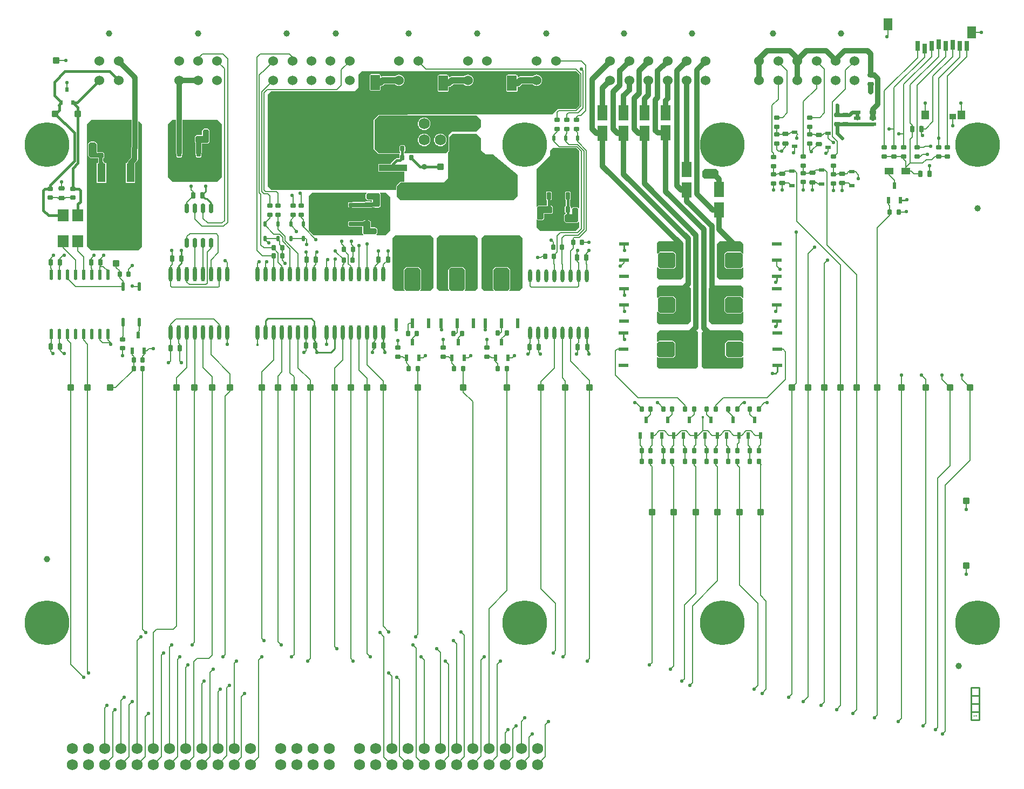
<source format=gtl>
G04*
G04 #@! TF.GenerationSoftware,Altium Limited,Altium Designer,21.4.1 (30)*
G04*
G04 Layer_Physical_Order=1*
G04 Layer_Color=255*
%FSLAX25Y25*%
%MOIN*%
G70*
G04*
G04 #@! TF.SameCoordinates,07BA8920-E91E-4FA6-B340-E2803C7595EB*
G04*
G04*
G04 #@! TF.FilePolarity,Positive*
G04*
G01*
G75*
%ADD14C,0.01000*%
%ADD15C,0.00800*%
%ADD18R,0.02362X0.03937*%
%ADD19R,0.02362X0.04134*%
%ADD20R,0.17520X0.03937*%
%ADD21R,0.40158X0.41142*%
%ADD22R,0.05512X0.07480*%
%ADD23R,0.05118X0.05512*%
%ADD24R,0.03937X0.03740*%
%ADD25R,0.03150X0.05906*%
G04:AMPARAMS|DCode=26|XSize=35.43mil|YSize=27.56mil|CornerRadius=6.89mil|HoleSize=0mil|Usage=FLASHONLY|Rotation=90.000|XOffset=0mil|YOffset=0mil|HoleType=Round|Shape=RoundedRectangle|*
%AMROUNDEDRECTD26*
21,1,0.03543,0.01378,0,0,90.0*
21,1,0.02165,0.02756,0,0,90.0*
1,1,0.01378,0.00689,0.01083*
1,1,0.01378,0.00689,-0.01083*
1,1,0.01378,-0.00689,-0.01083*
1,1,0.01378,-0.00689,0.01083*
%
%ADD26ROUNDEDRECTD26*%
G04:AMPARAMS|DCode=27|XSize=35.43mil|YSize=27.56mil|CornerRadius=6.89mil|HoleSize=0mil|Usage=FLASHONLY|Rotation=180.000|XOffset=0mil|YOffset=0mil|HoleType=Round|Shape=RoundedRectangle|*
%AMROUNDEDRECTD27*
21,1,0.03543,0.01378,0,0,180.0*
21,1,0.02165,0.02756,0,0,180.0*
1,1,0.01378,-0.01083,0.00689*
1,1,0.01378,0.01083,0.00689*
1,1,0.01378,0.01083,-0.00689*
1,1,0.01378,-0.01083,-0.00689*
%
%ADD27ROUNDEDRECTD27*%
G04:AMPARAMS|DCode=28|XSize=23.62mil|YSize=47.24mil|CornerRadius=2.01mil|HoleSize=0mil|Usage=FLASHONLY|Rotation=270.000|XOffset=0mil|YOffset=0mil|HoleType=Round|Shape=RoundedRectangle|*
%AMROUNDEDRECTD28*
21,1,0.02362,0.04323,0,0,270.0*
21,1,0.01961,0.04724,0,0,270.0*
1,1,0.00402,-0.02161,-0.00980*
1,1,0.00402,-0.02161,0.00980*
1,1,0.00402,0.02161,0.00980*
1,1,0.00402,0.02161,-0.00980*
%
%ADD28ROUNDEDRECTD28*%
G04:AMPARAMS|DCode=29|XSize=19.68mil|YSize=51.18mil|CornerRadius=1.97mil|HoleSize=0mil|Usage=FLASHONLY|Rotation=270.000|XOffset=0mil|YOffset=0mil|HoleType=Round|Shape=RoundedRectangle|*
%AMROUNDEDRECTD29*
21,1,0.01968,0.04724,0,0,270.0*
21,1,0.01575,0.05118,0,0,270.0*
1,1,0.00394,-0.02362,-0.00787*
1,1,0.00394,-0.02362,0.00787*
1,1,0.00394,0.02362,0.00787*
1,1,0.00394,0.02362,-0.00787*
%
%ADD29ROUNDEDRECTD29*%
%ADD30R,0.04331X0.02362*%
%ADD31O,0.02362X0.09055*%
G04:AMPARAMS|DCode=32|XSize=23.62mil|YSize=59.06mil|CornerRadius=5.91mil|HoleSize=0mil|Usage=FLASHONLY|Rotation=180.000|XOffset=0mil|YOffset=0mil|HoleType=Round|Shape=RoundedRectangle|*
%AMROUNDEDRECTD32*
21,1,0.02362,0.04724,0,0,180.0*
21,1,0.01181,0.05906,0,0,180.0*
1,1,0.01181,-0.00591,0.02362*
1,1,0.01181,0.00591,0.02362*
1,1,0.01181,0.00591,-0.02362*
1,1,0.01181,-0.00591,-0.02362*
%
%ADD32ROUNDEDRECTD32*%
G04:AMPARAMS|DCode=33|XSize=23.62mil|YSize=47.24mil|CornerRadius=2.01mil|HoleSize=0mil|Usage=FLASHONLY|Rotation=0.000|XOffset=0mil|YOffset=0mil|HoleType=Round|Shape=RoundedRectangle|*
%AMROUNDEDRECTD33*
21,1,0.02362,0.04323,0,0,0.0*
21,1,0.01961,0.04724,0,0,0.0*
1,1,0.00402,0.00980,-0.02161*
1,1,0.00402,-0.00980,-0.02161*
1,1,0.00402,-0.00980,0.02161*
1,1,0.00402,0.00980,0.02161*
%
%ADD33ROUNDEDRECTD33*%
G04:AMPARAMS|DCode=34|XSize=19.68mil|YSize=51.18mil|CornerRadius=1.97mil|HoleSize=0mil|Usage=FLASHONLY|Rotation=0.000|XOffset=0mil|YOffset=0mil|HoleType=Round|Shape=RoundedRectangle|*
%AMROUNDEDRECTD34*
21,1,0.01968,0.04724,0,0,0.0*
21,1,0.01575,0.05118,0,0,0.0*
1,1,0.00394,0.00787,-0.02362*
1,1,0.00394,-0.00787,-0.02362*
1,1,0.00394,-0.00787,0.02362*
1,1,0.00394,0.00787,0.02362*
%
%ADD34ROUNDEDRECTD34*%
%ADD35O,0.02362X0.07874*%
%ADD36R,0.14764X0.07874*%
G04:AMPARAMS|DCode=37|XSize=61.02mil|YSize=96.46mil|CornerRadius=7.63mil|HoleSize=0mil|Usage=FLASHONLY|Rotation=180.000|XOffset=0mil|YOffset=0mil|HoleType=Round|Shape=RoundedRectangle|*
%AMROUNDEDRECTD37*
21,1,0.06102,0.08120,0,0,180.0*
21,1,0.04577,0.09646,0,0,180.0*
1,1,0.01526,-0.02288,0.04060*
1,1,0.01526,0.02288,0.04060*
1,1,0.01526,0.02288,-0.04060*
1,1,0.01526,-0.02288,-0.04060*
%
%ADD37ROUNDEDRECTD37*%
G04:AMPARAMS|DCode=38|XSize=37.4mil|YSize=29.53mil|CornerRadius=7.38mil|HoleSize=0mil|Usage=FLASHONLY|Rotation=270.000|XOffset=0mil|YOffset=0mil|HoleType=Round|Shape=RoundedRectangle|*
%AMROUNDEDRECTD38*
21,1,0.03740,0.01476,0,0,270.0*
21,1,0.02264,0.02953,0,0,270.0*
1,1,0.01476,-0.00738,-0.01132*
1,1,0.01476,-0.00738,0.01132*
1,1,0.01476,0.00738,0.01132*
1,1,0.01476,0.00738,-0.01132*
%
%ADD38ROUNDEDRECTD38*%
%ADD39R,0.06693X0.07284*%
%ADD40R,0.05512X0.03937*%
%ADD41R,0.06496X0.02362*%
%ADD42R,0.02362X0.06496*%
%ADD43O,0.02165X0.06693*%
%ADD44O,0.02165X0.05512*%
%ADD45R,0.22441X0.27559*%
%ADD46R,0.04921X0.11417*%
G04:AMPARAMS|DCode=47|XSize=17.72mil|YSize=33.47mil|CornerRadius=4.43mil|HoleSize=0mil|Usage=FLASHONLY|Rotation=0.000|XOffset=0mil|YOffset=0mil|HoleType=Round|Shape=RoundedRectangle|*
%AMROUNDEDRECTD47*
21,1,0.01772,0.02461,0,0,0.0*
21,1,0.00886,0.03347,0,0,0.0*
1,1,0.00886,0.00443,-0.01230*
1,1,0.00886,-0.00443,-0.01230*
1,1,0.00886,-0.00443,0.01230*
1,1,0.00886,0.00443,0.01230*
%
%ADD47ROUNDEDRECTD47*%
%ADD48R,0.03268X0.02480*%
G04:AMPARAMS|DCode=50|XSize=37.4mil|YSize=29.53mil|CornerRadius=7.38mil|HoleSize=0mil|Usage=FLASHONLY|Rotation=0.000|XOffset=0mil|YOffset=0mil|HoleType=Round|Shape=RoundedRectangle|*
%AMROUNDEDRECTD50*
21,1,0.03740,0.01476,0,0,0.0*
21,1,0.02264,0.02953,0,0,0.0*
1,1,0.01476,0.01132,-0.00738*
1,1,0.01476,-0.01132,-0.00738*
1,1,0.01476,-0.01132,0.00738*
1,1,0.01476,0.01132,0.00738*
%
%ADD50ROUNDEDRECTD50*%
G04:AMPARAMS|DCode=91|XSize=39.37mil|YSize=39.37mil|CornerRadius=3.94mil|HoleSize=0mil|Usage=FLASHONLY|Rotation=270.000|XOffset=0mil|YOffset=0mil|HoleType=Round|Shape=RoundedRectangle|*
%AMROUNDEDRECTD91*
21,1,0.03937,0.03150,0,0,270.0*
21,1,0.03150,0.03937,0,0,270.0*
1,1,0.00787,-0.01575,-0.01575*
1,1,0.00787,-0.01575,0.01575*
1,1,0.00787,0.01575,0.01575*
1,1,0.00787,0.01575,-0.01575*
%
%ADD91ROUNDEDRECTD91*%
%ADD92C,0.03937*%
G04:AMPARAMS|DCode=93|XSize=39.37mil|YSize=39.37mil|CornerRadius=3.94mil|HoleSize=0mil|Usage=FLASHONLY|Rotation=0.000|XOffset=0mil|YOffset=0mil|HoleType=Round|Shape=RoundedRectangle|*
%AMROUNDEDRECTD93*
21,1,0.03937,0.03150,0,0,0.0*
21,1,0.03150,0.03937,0,0,0.0*
1,1,0.00787,0.01575,-0.01575*
1,1,0.00787,-0.01575,-0.01575*
1,1,0.00787,-0.01575,0.01575*
1,1,0.00787,0.01575,0.01575*
%
%ADD93ROUNDEDRECTD93*%
%ADD94R,0.02362X0.02756*%
%ADD95C,0.01800*%
%ADD96C,0.03200*%
%ADD97C,0.04000*%
%ADD98C,0.00600*%
%ADD99C,0.02400*%
%ADD100C,0.02600*%
%ADD101C,0.01600*%
%ADD102C,0.00400*%
%ADD103C,0.06000*%
%ADD104C,0.06890*%
%ADD105C,0.27559*%
%ADD106C,0.02165*%
%ADD107C,0.01772*%
%ADD108C,0.03543*%
G36*
X287900Y408906D02*
Y404574D01*
X285166Y401840D01*
X270166D01*
X267900Y399574D01*
Y390074D01*
X266166Y388340D01*
X240570D01*
Y389273D01*
X240718Y389372D01*
X240959Y389732D01*
X241043Y390157D01*
Y392323D01*
X240959Y392748D01*
X240718Y393108D01*
X240358Y393349D01*
X239933Y393433D01*
X238555D01*
X238130Y393349D01*
X237770Y393108D01*
X237529Y392748D01*
X237445Y392323D01*
Y390157D01*
X237529Y389732D01*
X237770Y389372D01*
X237919Y389273D01*
Y388340D01*
X224834D01*
X222100Y391074D01*
Y408906D01*
X224834Y411640D01*
X285166D01*
X287900Y408906D01*
D02*
G37*
G36*
X127900Y406406D02*
Y373574D01*
X125166Y370840D01*
X97334D01*
X94600Y373574D01*
Y406406D01*
X97334Y409140D01*
X99480D01*
Y402240D01*
Y396240D01*
Y393970D01*
X99555Y393594D01*
Y388558D01*
X99711Y387778D01*
X99964Y387398D01*
Y386397D01*
X100154Y385937D01*
X100614Y385746D01*
X102575D01*
X103035Y385937D01*
X103225Y386397D01*
Y387398D01*
X103478Y387778D01*
X103634Y388558D01*
Y393895D01*
X103559Y394271D01*
Y396240D01*
Y402240D01*
Y409140D01*
X125166D01*
X127900Y406406D01*
D02*
G37*
G36*
X434400Y377406D02*
Y374074D01*
X433166Y372840D01*
X425834D01*
X424600Y374074D01*
Y377406D01*
X425834Y378640D01*
X433166D01*
X434400Y377406D01*
D02*
G37*
G36*
X348684Y436902D02*
Y418078D01*
X346446Y415840D01*
X335184D01*
X332184Y412340D01*
X242666D01*
X242399Y412073D01*
X224834D01*
X224528Y411946D01*
X221794Y409212D01*
X221667Y408906D01*
Y391074D01*
X221794Y390768D01*
X224528Y388034D01*
X224834Y387907D01*
X237386D01*
X237636Y387407D01*
X237529Y387248D01*
X237445Y386823D01*
Y385421D01*
X237236Y385213D01*
X235707D01*
X235200Y385112D01*
X234770Y384825D01*
X232616Y382671D01*
X232329Y382241D01*
X232228Y381733D01*
X224393D01*
Y376996D01*
X240400D01*
Y370673D01*
X238293D01*
X237987Y370546D01*
X235694Y368253D01*
X235567Y367947D01*
Y365840D01*
X158334D01*
X156100Y368074D01*
Y424406D01*
X158334Y426640D01*
X209834D01*
X212100Y428906D01*
Y436906D01*
X214334Y439140D01*
X346446D01*
X348684Y436902D01*
D02*
G37*
G36*
X288000Y397447D02*
Y389974D01*
X290681Y387740D01*
X295181D01*
X310500Y374974D01*
Y362033D01*
X307707Y359240D01*
X238293D01*
X236000Y361533D01*
Y367947D01*
X238293Y370240D01*
X264793D01*
X267500Y372947D01*
Y389062D01*
X268206Y389768D01*
X268333Y390074D01*
Y398280D01*
X270293Y400240D01*
X285207D01*
X288000Y397447D01*
D02*
G37*
G36*
X231900Y361406D02*
Y340574D01*
X229166Y337840D01*
X223485D01*
X223278Y338340D01*
X223706Y338768D01*
X223833Y339074D01*
Y341406D01*
X223706Y341712D01*
X222972Y342446D01*
X222666Y342573D01*
X219845D01*
X219833Y342585D01*
Y345906D01*
X219706Y346212D01*
X219416Y346502D01*
X219204Y346818D01*
X218828Y347070D01*
X218384Y347158D01*
X216908D01*
X216478Y347073D01*
X215834D01*
X215528Y346946D01*
X215025Y346443D01*
X208568D01*
X208052Y346340D01*
X206406D01*
X205947Y346150D01*
X205756Y345690D01*
Y343729D01*
X205947Y343269D01*
X206406Y343079D01*
X208052D01*
X208568Y342976D01*
X214667D01*
Y339074D01*
X214794Y338768D01*
X215222Y338340D01*
X215015Y337840D01*
X184313D01*
X181600Y340553D01*
Y361906D01*
X183834Y364140D01*
X217015D01*
X217222Y363640D01*
X216794Y363212D01*
X216667Y362906D01*
Y360574D01*
X216794Y360268D01*
X217528Y359534D01*
X217834Y359407D01*
X220655D01*
X220667Y359395D01*
Y358454D01*
X219691D01*
X219576Y358531D01*
X219132Y358619D01*
X216868D01*
X216424Y358531D01*
X216048Y358279D01*
X216031Y358254D01*
X208568D01*
X208052Y358151D01*
X206406D01*
X205947Y357961D01*
X205756Y357501D01*
Y355540D01*
X205947Y355080D01*
X206406Y354890D01*
X208052D01*
X208568Y354787D01*
X220070D01*
X220734Y354919D01*
X220835Y354987D01*
X221641D01*
X221834Y354907D01*
X221939D01*
X222368Y354822D01*
X224632D01*
X225076Y354910D01*
X225452Y355161D01*
X225704Y355538D01*
X225790Y355971D01*
X225833Y356074D01*
Y362906D01*
X225706Y363212D01*
X225278Y363640D01*
X225485Y364140D01*
X229166D01*
X231900Y361406D01*
D02*
G37*
G36*
X225400Y362906D02*
Y356074D01*
X224666Y355340D01*
X221834D01*
X221100Y356074D01*
Y359574D01*
X220834Y359840D01*
X217834D01*
X217100Y360574D01*
Y362906D01*
X217834Y363640D01*
X224666D01*
X225400Y362906D01*
D02*
G37*
G36*
X348400Y389906D02*
Y354725D01*
X347900Y354518D01*
X347472Y354946D01*
X347166Y355073D01*
X344834D01*
X344528Y354946D01*
X343879Y354297D01*
X343477Y354394D01*
X343379Y354450D01*
Y354872D01*
X343291Y355316D01*
X343039Y355693D01*
X342723Y355904D01*
X342754Y356060D01*
Y359336D01*
X342971Y359426D01*
X343161Y359886D01*
Y364209D01*
X342971Y364668D01*
X342511Y364859D01*
X340550D01*
X340090Y364668D01*
X339900Y364209D01*
Y359886D01*
X340090Y359426D01*
X340307Y359336D01*
Y356262D01*
X340257Y356010D01*
Y355917D01*
X339921Y355693D01*
X339670Y355316D01*
X339582Y354872D01*
Y352608D01*
X339670Y352164D01*
X339921Y351787D01*
X340101Y351668D01*
X340184Y351107D01*
X340098Y350978D01*
X340097Y350975D01*
X340028Y350946D01*
X339294Y350212D01*
X339167Y349906D01*
Y346574D01*
X339294Y346268D01*
X340028Y345534D01*
X340334Y345407D01*
X347166D01*
X347472Y345534D01*
X347900Y345962D01*
X348400Y345755D01*
Y342574D01*
X346166Y340340D01*
X324334D01*
X322100Y342574D01*
Y347255D01*
X322600Y347462D01*
X323028Y347034D01*
X323334Y346907D01*
X325666D01*
X325972Y347034D01*
X326706Y347768D01*
X326833Y348074D01*
Y350895D01*
X326845Y350907D01*
X331166D01*
X331472Y351034D01*
X332206Y351768D01*
X332333Y352074D01*
Y354906D01*
X332206Y355212D01*
X331472Y355946D01*
X331166Y356073D01*
X330943D01*
Y359336D01*
X331160Y359426D01*
X331350Y359886D01*
Y364209D01*
X331160Y364668D01*
X330700Y364859D01*
X328739D01*
X328279Y364668D01*
X328089Y364209D01*
Y359886D01*
X328279Y359426D01*
X328496Y359336D01*
Y356073D01*
X323334D01*
X323028Y355946D01*
X322600Y355518D01*
X322100Y355725D01*
Y378406D01*
X330600Y386906D01*
Y389906D01*
X332334Y391640D01*
X346666D01*
X348400Y389906D01*
D02*
G37*
G36*
X331900Y354906D02*
Y352074D01*
X331166Y351340D01*
X326666D01*
X326400Y351074D01*
Y348074D01*
X325666Y347340D01*
X323334D01*
X322600Y348074D01*
Y354906D01*
X323334Y355640D01*
X331166D01*
X331900Y354906D01*
D02*
G37*
G36*
X347900Y353906D02*
Y346574D01*
X347166Y345840D01*
X340334D01*
X339600Y346574D01*
Y349906D01*
X340334Y350640D01*
X343834D01*
X344100Y350906D01*
Y353906D01*
X344834Y354640D01*
X347166D01*
X347900Y353906D01*
D02*
G37*
G36*
X219400Y345906D02*
Y342406D01*
X219666Y342140D01*
X222666D01*
X223400Y341406D01*
Y339074D01*
X222666Y338340D01*
X215834D01*
X215100Y339074D01*
Y345906D01*
X215834Y346640D01*
X218666D01*
X219400Y345906D01*
D02*
G37*
G36*
X72189Y395740D02*
Y392429D01*
X72096Y392290D01*
X71941Y391510D01*
Y389240D01*
Y385658D01*
X70034Y383751D01*
X69592Y383090D01*
X69437Y382309D01*
X68616D01*
Y370092D01*
X74337D01*
Y382286D01*
X75422Y383371D01*
X75864Y384033D01*
X76020Y384813D01*
Y389240D01*
Y390839D01*
X76112Y390978D01*
X76267Y391758D01*
Y395740D01*
Y407885D01*
X76729Y408076D01*
X78400Y406406D01*
Y330574D01*
X76166Y328340D01*
X47334D01*
X44600Y331074D01*
Y406406D01*
X47334Y409140D01*
X72189D01*
Y395740D01*
D02*
G37*
G36*
X449900Y332406D02*
Y326725D01*
X449400Y326518D01*
X448472Y327446D01*
X448166Y327573D01*
X439834D01*
X439528Y327446D01*
X438294Y326212D01*
X438167Y325906D01*
Y318574D01*
X438294Y318268D01*
X439528Y317034D01*
X439834Y316907D01*
X448166D01*
X448472Y317034D01*
X449400Y317962D01*
X449900Y317755D01*
Y312074D01*
X448166Y310340D01*
X435334D01*
X433600Y312074D01*
Y332406D01*
X435334Y334140D01*
X448166D01*
X449900Y332406D01*
D02*
G37*
G36*
X449400Y325906D02*
Y318574D01*
X448166Y317340D01*
X439834D01*
X438600Y318574D01*
Y325906D01*
X439834Y327140D01*
X448166D01*
X449400Y325906D01*
D02*
G37*
G36*
X407900D02*
Y318574D01*
X406666Y317340D01*
X398334D01*
X397100Y318574D01*
Y325906D01*
X398334Y327140D01*
X406666D01*
X407900Y325906D01*
D02*
G37*
G36*
X412900Y332406D02*
Y312074D01*
X411166Y310340D01*
X397834D01*
X396600Y311574D01*
Y317755D01*
X397100Y317962D01*
X398028Y317034D01*
X398334Y316907D01*
X406666D01*
X406972Y317034D01*
X408206Y318268D01*
X408333Y318574D01*
Y325906D01*
X408206Y326212D01*
X406972Y327446D01*
X406666Y327573D01*
X398334D01*
X398028Y327446D01*
X397100Y326518D01*
X396600Y326725D01*
Y332906D01*
X397834Y334140D01*
X411166D01*
X412900Y332406D01*
D02*
G37*
G36*
X313400Y335906D02*
Y305074D01*
X311666Y303340D01*
X305431D01*
X305240Y303802D01*
X305706Y304268D01*
X305833Y304574D01*
Y316406D01*
X305706Y316712D01*
X304472Y317946D01*
X304166Y318073D01*
X296834D01*
X296528Y317946D01*
X295294Y316712D01*
X295167Y316406D01*
Y304574D01*
X295294Y304268D01*
X295760Y303802D01*
X295569Y303340D01*
X289834D01*
X288100Y305074D01*
Y335906D01*
X289834Y337640D01*
X311666D01*
X313400Y335906D01*
D02*
G37*
G36*
X305400Y316406D02*
Y304574D01*
X304166Y303340D01*
X296834D01*
X295600Y304574D01*
Y316406D01*
X296834Y317640D01*
X304166D01*
X305400Y316406D01*
D02*
G37*
G36*
X285900Y335906D02*
Y305074D01*
X284166Y303340D01*
X277931D01*
X277740Y303802D01*
X278206Y304268D01*
X278333Y304574D01*
Y316406D01*
X278206Y316712D01*
X276972Y317946D01*
X276666Y318073D01*
X269334D01*
X269028Y317946D01*
X267794Y316712D01*
X267667Y316406D01*
Y304574D01*
X267794Y304268D01*
X268260Y303802D01*
X268069Y303340D01*
X262334D01*
X260600Y305074D01*
Y335906D01*
X262334Y337640D01*
X284166D01*
X285900Y335906D01*
D02*
G37*
G36*
X277900Y316406D02*
Y304574D01*
X276666Y303340D01*
X269334D01*
X268100Y304574D01*
Y316406D01*
X269334Y317640D01*
X276666D01*
X277900Y316406D01*
D02*
G37*
G36*
X258400Y335906D02*
Y305074D01*
X256666Y303340D01*
X250431D01*
X250240Y303802D01*
X250706Y304268D01*
X250833Y304574D01*
Y316406D01*
X250706Y316712D01*
X249472Y317946D01*
X249166Y318073D01*
X241834D01*
X241528Y317946D01*
X240294Y316712D01*
X240167Y316406D01*
Y304574D01*
X240294Y304268D01*
X240760Y303802D01*
X240569Y303340D01*
X234834D01*
X233100Y305074D01*
Y335906D01*
X234834Y337640D01*
X256666D01*
X258400Y335906D01*
D02*
G37*
G36*
X250400Y316406D02*
Y304574D01*
X249166Y303340D01*
X241834D01*
X240600Y304574D01*
Y316406D01*
X241834Y317640D01*
X249166D01*
X250400Y316406D01*
D02*
G37*
G36*
X449900Y305406D02*
Y299225D01*
X449400Y299018D01*
X448472Y299946D01*
X448166Y300073D01*
X439834D01*
X439528Y299946D01*
X438294Y298712D01*
X438167Y298406D01*
Y291074D01*
X438294Y290768D01*
X439528Y289534D01*
X439834Y289407D01*
X448166D01*
X448472Y289534D01*
X449400Y290462D01*
X449900Y290255D01*
Y284074D01*
X448666Y282840D01*
X430334D01*
X428600Y284574D01*
Y304906D01*
X430334Y306640D01*
X448666D01*
X449900Y305406D01*
D02*
G37*
G36*
X449400Y298406D02*
Y291074D01*
X448166Y289840D01*
X439834D01*
X438600Y291074D01*
Y298406D01*
X439834Y299640D01*
X448166D01*
X449400Y298406D01*
D02*
G37*
G36*
X407900D02*
Y291074D01*
X406666Y289840D01*
X398334D01*
X397100Y291074D01*
Y298406D01*
X398334Y299640D01*
X406666D01*
X407900Y298406D01*
D02*
G37*
G36*
X417400Y304906D02*
Y284574D01*
X415666Y282840D01*
X397834D01*
X396600Y284074D01*
Y290255D01*
X397100Y290462D01*
X398028Y289534D01*
X398334Y289407D01*
X406666D01*
X406972Y289534D01*
X408206Y290768D01*
X408333Y291074D01*
Y298406D01*
X408206Y298712D01*
X406972Y299946D01*
X406666Y300073D01*
X398334D01*
X398028Y299946D01*
X397100Y299018D01*
X396600Y299225D01*
Y305406D01*
X397834Y306640D01*
X415666D01*
X417400Y304906D01*
D02*
G37*
G36*
X449900Y277406D02*
Y272171D01*
X449438Y271980D01*
X448972Y272446D01*
X448666Y272573D01*
X440334D01*
X440028Y272446D01*
X438794Y271212D01*
X438667Y270906D01*
Y263574D01*
X438794Y263268D01*
X440028Y262034D01*
X440334Y261907D01*
X448666D01*
X448972Y262034D01*
X449438Y262500D01*
X449900Y262309D01*
Y256574D01*
X448666Y255340D01*
X425334D01*
X424100Y256574D01*
Y277406D01*
X425331Y278636D01*
X448162Y279144D01*
X449900Y277406D01*
D02*
G37*
G36*
Y270906D02*
Y263574D01*
X448666Y262340D01*
X440334D01*
X439100Y263574D01*
Y270906D01*
X440334Y272140D01*
X448666D01*
X449900Y270906D01*
D02*
G37*
G36*
X407400D02*
Y263574D01*
X406166Y262340D01*
X397834D01*
X396600Y263574D01*
Y270906D01*
X397834Y272140D01*
X406166D01*
X407400Y270906D01*
D02*
G37*
G36*
X421900Y277906D02*
Y256574D01*
X420666Y255340D01*
X397834D01*
X396600Y256574D01*
Y262309D01*
X397062Y262500D01*
X397528Y262034D01*
X397834Y261907D01*
X406166D01*
X406472Y262034D01*
X407706Y263268D01*
X407833Y263574D01*
Y270906D01*
X407706Y271212D01*
X406472Y272446D01*
X406166Y272573D01*
X397834D01*
X397528Y272446D01*
X397062Y271980D01*
X396600Y272171D01*
Y277406D01*
X398334Y279140D01*
X420666D01*
X421900Y277906D01*
D02*
G37*
%LPC*%
G36*
X252717Y410453D02*
X251713Y410321D01*
X250778Y409934D01*
X249975Y409317D01*
X249359Y408514D01*
X248971Y407579D01*
X248839Y406575D01*
X248971Y405571D01*
X249359Y404636D01*
X249975Y403833D01*
X250778Y403217D01*
X251713Y402829D01*
X252717Y402697D01*
X253721Y402829D01*
X254656Y403217D01*
X255459Y403833D01*
X256076Y404636D01*
X256463Y405571D01*
X256595Y406575D01*
X256463Y407579D01*
X256076Y408514D01*
X255459Y409317D01*
X254656Y409934D01*
X253721Y410321D01*
X252717Y410453D01*
D02*
G37*
G36*
X262717Y400453D02*
X261713Y400321D01*
X260778Y399934D01*
X259975Y399317D01*
X259359Y398514D01*
X258971Y397579D01*
X258839Y396575D01*
X258971Y395571D01*
X259359Y394636D01*
X259975Y393833D01*
X260778Y393216D01*
X261713Y392829D01*
X262717Y392697D01*
X263721Y392829D01*
X264656Y393216D01*
X265459Y393833D01*
X266075Y394636D01*
X266463Y395571D01*
X266595Y396575D01*
X266463Y397579D01*
X266075Y398514D01*
X265459Y399317D01*
X264656Y399934D01*
X263721Y400321D01*
X262717Y400453D01*
D02*
G37*
G36*
X252717D02*
X251713Y400321D01*
X250778Y399934D01*
X249975Y399317D01*
X249359Y398514D01*
X248971Y397579D01*
X248839Y396575D01*
X248971Y395571D01*
X249359Y394636D01*
X249975Y393833D01*
X250778Y393216D01*
X251713Y392829D01*
X252717Y392697D01*
X253721Y392829D01*
X254656Y393216D01*
X255459Y393833D01*
X256076Y394636D01*
X256463Y395571D01*
X256595Y396575D01*
X256463Y397579D01*
X256076Y398514D01*
X255459Y399317D01*
X254656Y399934D01*
X253721Y400321D01*
X252717Y400453D01*
D02*
G37*
G36*
X119166Y403573D02*
X116834D01*
X116528Y403446D01*
X115794Y402712D01*
X115667Y402406D01*
Y399585D01*
X115655Y399573D01*
X112334D01*
X112028Y399446D01*
X111294Y398712D01*
X111167Y398406D01*
Y395574D01*
X111294Y395268D01*
X111461Y395101D01*
Y391795D01*
X111366Y391320D01*
Y388558D01*
X111522Y387778D01*
X111775Y387398D01*
Y386397D01*
X111965Y385937D01*
X112425Y385746D01*
X114386D01*
X114846Y385937D01*
X115036Y386397D01*
Y387398D01*
X115289Y387778D01*
X115445Y388558D01*
Y390940D01*
X115539Y391415D01*
Y394407D01*
X119166D01*
X119472Y394534D01*
X120206Y395268D01*
X120333Y395574D01*
Y402406D01*
X120206Y402712D01*
X119472Y403446D01*
X119166Y403573D01*
D02*
G37*
%LPD*%
G36*
X119900Y402406D02*
Y395574D01*
X119166Y394840D01*
X112334D01*
X111600Y395574D01*
Y398406D01*
X112334Y399140D01*
X115834D01*
X116100Y399406D01*
Y402406D01*
X116834Y403140D01*
X119166D01*
X119900Y402406D01*
D02*
G37*
%LPC*%
G36*
X309288Y436911D02*
X304712D01*
X304258Y436821D01*
X303873Y436564D01*
X303616Y436179D01*
X303526Y435725D01*
Y427605D01*
X303616Y427151D01*
X303873Y426767D01*
X304258Y426510D01*
X304712Y426420D01*
X309288D01*
X309742Y426510D01*
X310127Y426767D01*
X310384Y427151D01*
X310474Y427605D01*
Y429223D01*
X311388Y429404D01*
X312181Y429935D01*
X313240Y430994D01*
X319828D01*
X320510Y430471D01*
X321337Y430128D01*
X322224Y430011D01*
X323112Y430128D01*
X323939Y430471D01*
X324649Y431016D01*
X325194Y431726D01*
X325537Y432553D01*
X325654Y433441D01*
X325537Y434328D01*
X325194Y435155D01*
X324649Y435866D01*
X323939Y436411D01*
X323112Y436753D01*
X322224Y436870D01*
X321337Y436753D01*
X320510Y436411D01*
X319828Y435888D01*
X312227D01*
X311290Y435702D01*
X310974Y435490D01*
X310474Y435725D01*
X310384Y436179D01*
X310127Y436564D01*
X309742Y436821D01*
X309288Y436911D01*
D02*
G37*
G36*
X266788D02*
X262212D01*
X261758Y436821D01*
X261373Y436564D01*
X261116Y436179D01*
X261026Y435725D01*
Y427605D01*
X261116Y427151D01*
X261373Y426767D01*
X261758Y426510D01*
X262212Y426420D01*
X266788D01*
X267242Y426510D01*
X267627Y426767D01*
X267884Y427151D01*
X267974Y427605D01*
Y429223D01*
X268888Y429404D01*
X269682Y429935D01*
X270740Y430994D01*
X277328D01*
X278010Y430471D01*
X278837Y430128D01*
X279724Y430011D01*
X280612Y430128D01*
X281439Y430471D01*
X282149Y431016D01*
X282694Y431726D01*
X283037Y432553D01*
X283154Y433441D01*
X283037Y434328D01*
X282694Y435155D01*
X282149Y435866D01*
X281439Y436411D01*
X280612Y436753D01*
X279724Y436870D01*
X278837Y436753D01*
X278010Y436411D01*
X277328Y435888D01*
X269727D01*
X268790Y435702D01*
X268474Y435490D01*
X267974Y435725D01*
X267884Y436179D01*
X267627Y436564D01*
X267242Y436821D01*
X266788Y436911D01*
D02*
G37*
G36*
X224788Y437411D02*
X220212D01*
X219758Y437321D01*
X219373Y437064D01*
X219116Y436679D01*
X219026Y436225D01*
Y428105D01*
X219116Y427652D01*
X219373Y427267D01*
X219758Y427010D01*
X220212Y426920D01*
X224788D01*
X225242Y427010D01*
X225627Y427267D01*
X225884Y427652D01*
X225974Y428105D01*
Y429723D01*
X226888Y429905D01*
X227681Y430435D01*
X228240Y430994D01*
X234828D01*
X235510Y430471D01*
X236337Y430128D01*
X237224Y430011D01*
X238112Y430128D01*
X238939Y430471D01*
X239649Y431016D01*
X240194Y431726D01*
X240537Y432553D01*
X240654Y433441D01*
X240537Y434328D01*
X240194Y435155D01*
X239649Y435866D01*
X238939Y436411D01*
X238112Y436753D01*
X237224Y436870D01*
X236337Y436753D01*
X235510Y436411D01*
X234828Y435888D01*
X227227D01*
X226474Y435738D01*
X226438Y435737D01*
X225974Y436046D01*
Y436225D01*
X225884Y436679D01*
X225627Y437064D01*
X225242Y437321D01*
X224788Y437411D01*
D02*
G37*
G36*
X49166Y395573D02*
X46834D01*
X46528Y395446D01*
X45294Y394212D01*
X45167Y393906D01*
Y387074D01*
X45294Y386768D01*
X46528Y385534D01*
X46834Y385407D01*
X51369D01*
Y382833D01*
X51396Y382696D01*
X51079Y382309D01*
X50663D01*
Y370092D01*
X56384D01*
Y382309D01*
X55155D01*
X55031Y382934D01*
X54677Y383463D01*
X54631Y383509D01*
Y385407D01*
X54900D01*
X55206Y385534D01*
X55333Y385840D01*
Y387640D01*
X55292Y387738D01*
Y387998D01*
X55204Y388442D01*
X54953Y388818D01*
X54576Y389070D01*
X54132Y389158D01*
X51868D01*
X51424Y389070D01*
X51289Y388980D01*
X50833Y389276D01*
Y393906D01*
X50706Y394212D01*
X49472Y395446D01*
X49166Y395573D01*
D02*
G37*
%LPD*%
G36*
X50400Y393906D02*
Y388906D01*
X51666Y387640D01*
X54900D01*
Y385840D01*
X46834D01*
X45600Y387074D01*
Y393906D01*
X46834Y395140D01*
X49166D01*
X50400Y393906D01*
D02*
G37*
D14*
X590500Y58500D02*
X595500D01*
Y53500D02*
Y58500D01*
X590500Y53500D02*
Y58500D01*
Y53500D02*
X595500D01*
Y48500D02*
Y53500D01*
X590500Y48500D02*
Y53500D01*
Y48500D02*
X595500D01*
Y43500D02*
Y48500D01*
X590500Y43500D02*
Y48500D01*
Y38500D02*
Y43500D01*
Y38500D02*
X595500D01*
Y43500D01*
X590500D02*
X595500D01*
X468000Y252500D02*
X469760D01*
X470929Y253669D01*
X102980Y328220D02*
X103000Y328240D01*
X102980Y323240D02*
Y328220D01*
X101125Y318679D02*
X102980Y320535D01*
Y323240D01*
X101125Y313752D02*
Y318679D01*
X354500Y264240D02*
Y265324D01*
X353354Y266470D02*
X354500Y265324D01*
X353354Y266470D02*
Y268740D01*
X353125Y271239D02*
X353354Y271010D01*
Y268740D02*
Y271010D01*
X353125Y271239D02*
Y277274D01*
X550472Y359212D02*
X551000Y359740D01*
X546866Y359212D02*
X550472D01*
X376071Y328669D02*
X376500Y328240D01*
X376071Y328669D02*
Y332240D01*
Y301169D02*
X376500Y300740D01*
X376071Y301169D02*
Y304740D01*
X375823Y273917D02*
X376500Y273240D01*
X375823Y273917D02*
Y277240D01*
X470929Y253669D02*
Y257240D01*
X470000Y281240D02*
X470429Y281669D01*
Y284740D01*
X470000Y308740D02*
X470677Y309417D01*
Y312240D01*
X186500Y265240D02*
X195140D01*
X197500Y267600D01*
Y277603D01*
X185480Y267470D02*
X186500Y266450D01*
Y265240D02*
Y266450D01*
X185480Y267470D02*
Y269740D01*
Y272195D01*
X185000Y272676D02*
X185480Y272195D01*
X185000Y272676D02*
Y277603D01*
Y284500D01*
X183300Y286200D02*
X185000Y284500D01*
X156300Y286200D02*
X183300D01*
X155000Y284900D02*
X156300Y286200D01*
X155000Y277603D02*
Y284900D01*
X228500Y265240D02*
Y266450D01*
X227480Y267470D02*
X228500Y266450D01*
X227480Y267470D02*
Y269740D01*
Y272010D02*
X227500Y272030D01*
Y277603D01*
X227480Y269740D02*
Y272010D01*
X118550Y360422D02*
X121250Y357723D01*
X117397Y360422D02*
X118550D01*
X121250Y354370D02*
Y357723D01*
X115854Y361965D02*
X117397Y360422D01*
X115854Y361965D02*
Y362359D01*
Y362753D02*
X118000Y364898D01*
Y368000D01*
X115854Y362359D02*
Y362753D01*
D15*
X28800Y366554D02*
Y370700D01*
X42500Y313307D02*
Y324300D01*
X38928Y327872D02*
X42500Y324300D01*
X38928Y327872D02*
Y334128D01*
X29872Y330086D02*
X37500Y322458D01*
Y313307D02*
Y322458D01*
X29872Y330086D02*
Y334128D01*
X348109Y394900D02*
X353000Y390009D01*
X348069Y394900D02*
X348109D01*
X351500Y341240D02*
Y389811D01*
X347611Y393700D02*
X351500Y389811D01*
X342078Y393700D02*
X347611D01*
X340191Y395587D02*
X342078Y393700D01*
X347114Y392500D02*
X350000Y389615D01*
X336056Y392500D02*
X347114D01*
X333000Y395556D02*
X336056Y392500D01*
X347381Y395587D02*
X348069Y394900D01*
X353000Y340740D02*
Y390009D01*
X350000Y341740D02*
Y389615D01*
X347000Y401706D02*
X347381Y401325D01*
Y397660D02*
Y401325D01*
X347000Y401706D02*
Y403484D01*
X347381Y395587D02*
Y397660D01*
X340191Y395587D02*
Y397660D01*
Y399733D02*
X341000Y400543D01*
Y403484D01*
X340191Y397660D02*
Y399733D01*
X333000Y399702D02*
X335000Y401702D01*
Y403484D01*
X333000Y397629D02*
Y399702D01*
Y395556D02*
Y397629D01*
X276974Y240740D02*
X277000D01*
X282717Y235023D01*
X276974Y240740D02*
X277000Y240766D01*
X180125Y332115D02*
Y335244D01*
X179567Y335802D02*
X180125Y335244D01*
X222500Y318554D02*
X222670D01*
X224646Y320530D01*
X222500Y313627D02*
Y318554D01*
X224646Y320530D02*
Y322800D01*
Y328000D01*
X230354Y322800D02*
Y328000D01*
Y322406D02*
Y322800D01*
X227500Y319552D02*
X230354Y322406D01*
X227500Y313627D02*
Y319552D01*
X111250Y347650D02*
X115660Y343240D01*
X111250Y347650D02*
Y354370D01*
X115660Y343240D02*
X129000D01*
X116250Y348050D02*
X119060Y345240D01*
X116250Y348050D02*
Y354370D01*
X119060Y345240D02*
X128000D01*
X121125Y322525D02*
X125625Y327025D01*
X121125Y313752D02*
Y322525D01*
X106125Y308824D02*
X107749Y307200D01*
X117800D01*
X106125Y308824D02*
Y313752D01*
X117800Y307200D02*
X118700Y308100D01*
Y327207D01*
X121250Y329757D01*
Y333110D01*
X116125Y313752D02*
Y329632D01*
X116250Y329757D01*
Y333110D01*
X111125Y318679D02*
X111250Y318804D01*
Y333110D01*
X111125Y313752D02*
Y318679D01*
X126125Y306115D02*
Y313752D01*
X125625Y305615D02*
X126125Y306115D01*
X97000Y328240D02*
X97272Y327968D01*
Y323240D02*
Y327968D01*
Y319826D02*
Y323240D01*
X96125Y318679D02*
X97272Y319826D01*
X96125Y313752D02*
Y318679D01*
X222437Y272676D02*
X222500D01*
X62500Y317848D02*
X62677D01*
X52854Y323370D02*
X53130D01*
X32250Y427677D02*
Y431990D01*
X334191Y445077D02*
X334346Y445232D01*
X334032Y444917D02*
X334191Y445077D01*
X249008Y445232D02*
X254000Y440240D01*
X116126Y256114D02*
Y277914D01*
X160000Y277790D02*
X160126Y277664D01*
X175000Y277790D02*
X175126Y277664D01*
X170000Y277790D02*
X170126Y277664D01*
X165000Y277790D02*
X165126Y277664D01*
X171315Y444917D02*
Y447925D01*
X217500Y277790D02*
X217626Y277664D01*
X212500Y277790D02*
X212626Y277664D01*
X207500Y277790D02*
X207626Y277664D01*
X202500Y277790D02*
X202626Y277664D01*
X483000Y399564D02*
X483417Y399981D01*
X478270Y400220D02*
Y400308D01*
X443042Y225958D02*
X443374D01*
X440618Y228226D02*
X440774D01*
X111126Y241366D02*
Y277914D01*
X178281Y342587D02*
X178413D01*
X34500Y243740D02*
Y270947D01*
X45000Y243740D02*
Y270446D01*
X393500Y73740D02*
Y166740D01*
X340000Y243740D02*
Y247740D01*
Y78740D02*
Y243740D01*
X122000D02*
Y250240D01*
Y78240D02*
Y243740D01*
X460500Y115240D02*
Y166740D01*
X434000Y124240D02*
Y166740D01*
X447500D02*
Y194458D01*
Y121740D02*
Y166740D01*
X407000Y71740D02*
Y166740D01*
X420500D02*
Y194708D01*
Y116240D02*
Y166740D01*
X249365Y262141D02*
X252151D01*
X253375Y263365D01*
X277490Y262141D02*
X280276D01*
X281500Y263365D01*
X347000Y264240D02*
X347646Y264886D01*
Y268740D01*
Y271010D02*
X348125Y271489D01*
X347646Y268740D02*
Y271010D01*
X348125Y271489D02*
Y277274D01*
X570374Y397614D02*
X570500Y397740D01*
X570374Y391996D02*
Y397614D01*
X562040Y392740D02*
X565500D01*
X561296Y391996D02*
X562040Y392740D01*
X557126Y391996D02*
X561296D01*
X559298Y386484D02*
X560514Y387700D01*
X563600D01*
X557126Y386484D02*
X559298D01*
X562706Y384306D02*
X566024D01*
X560664Y382264D02*
X562706Y384306D01*
X552900Y382264D02*
X560664D01*
X550244Y379608D02*
Y383336D01*
Y379608D02*
X552900Y382264D01*
Y397100D01*
X550244Y377240D02*
Y379608D01*
X552900Y397100D02*
X554146Y398346D01*
Y403366D01*
X552900Y406882D02*
X554146Y405636D01*
X552900Y406882D02*
Y430600D01*
X554146Y403366D02*
Y405636D01*
X552900Y430600D02*
X570454Y448154D01*
Y455800D01*
X566024Y384306D02*
X568202Y386484D01*
X570374D01*
X575874D01*
X548874Y384706D02*
X550244Y383336D01*
X548874Y384706D02*
Y386484D01*
X542874D02*
X548874D01*
X536874D02*
X542874D01*
X553400Y377240D02*
X555040Y375600D01*
X550244Y377240D02*
X553400D01*
X555040Y375600D02*
X559291D01*
X565000D02*
Y380800D01*
X540008Y374871D02*
X543126Y371753D01*
Y368268D02*
Y371753D01*
X540008Y374871D02*
Y377240D01*
X539386Y356746D02*
X540244Y355887D01*
Y352114D02*
Y355887D01*
X539386Y356746D02*
Y359212D01*
X532500Y342198D02*
X540244Y349942D01*
X532500Y243740D02*
Y342198D01*
X540244Y349942D02*
Y352114D01*
X531000Y39740D02*
X532500Y41240D01*
Y243740D01*
X374152Y318740D02*
X376071Y320659D01*
X374000Y318740D02*
X374152D01*
X376071Y320659D02*
Y322240D01*
Y291169D02*
X376500Y290740D01*
X376071Y291169D02*
Y294740D01*
X470000Y290740D02*
X470429Y291169D01*
Y294740D01*
X470677Y318563D02*
X472500Y316740D01*
X470677Y318563D02*
Y322240D01*
X545500Y37240D02*
X547500Y39240D01*
Y243740D01*
Y251240D01*
X440618Y200172D02*
X440618Y200172D01*
X440618Y198000D02*
Y200172D01*
X440618Y200172D02*
Y204710D01*
X439634Y207866D02*
X440618Y206881D01*
X439634Y207866D02*
Y214141D01*
X440618Y204710D02*
Y206881D01*
X453993Y200172D02*
X453993Y200172D01*
X453993Y198000D02*
Y200172D01*
X453993Y200172D02*
Y204710D01*
X453009Y207866D02*
X453993Y206881D01*
X453009Y207866D02*
Y214141D01*
X453993Y204710D02*
Y206881D01*
X446130Y204710D02*
Y208830D01*
X447114Y209814D01*
Y214141D01*
X78882Y94358D02*
Y255240D01*
Y94358D02*
X81000Y92240D01*
X59000Y243740D02*
X62264D01*
X73370Y254846D01*
Y255240D01*
Y260740D01*
X72510Y263772D02*
X73370Y262912D01*
Y260740D02*
Y262912D01*
X72510Y263772D02*
Y266516D01*
X78882Y262912D02*
X79990Y264020D01*
X78882Y260740D02*
Y262912D01*
X79990Y264020D02*
Y266516D01*
X81571D02*
X82796Y267740D01*
X85500D01*
X79990Y266516D02*
X81571D01*
X100000Y243740D02*
Y249740D01*
Y96240D02*
Y243740D01*
Y249740D02*
X106125Y255865D01*
Y277728D01*
X133000Y243740D02*
Y252150D01*
Y241240D02*
Y243740D01*
X121125Y264025D02*
X133000Y252150D01*
X121125Y264025D02*
Y277728D01*
X182500Y243740D02*
Y248240D01*
Y76240D02*
Y243740D01*
X175000Y255740D02*
X182500Y248240D01*
X175000Y255740D02*
Y277603D01*
X172500Y243740D02*
Y250240D01*
Y78740D02*
Y243740D01*
X170000Y252740D02*
X172500Y250240D01*
X170000Y252740D02*
Y277603D01*
X162500Y243740D02*
Y250740D01*
Y86740D02*
Y243740D01*
Y250740D02*
X165000Y253240D01*
Y277603D01*
X152500Y243740D02*
Y253240D01*
Y88740D02*
Y243740D01*
Y253240D02*
X160000Y260740D01*
Y277603D01*
X178500Y265240D02*
X179772Y266512D01*
Y269740D01*
Y272010D02*
X180000Y272238D01*
Y277603D01*
X179772Y269740D02*
Y272010D01*
X192375Y270240D02*
X192500Y270365D01*
Y277603D01*
X242744Y277114D02*
Y282544D01*
X243637Y283437D01*
X245626D01*
X197500Y243740D02*
Y255740D01*
Y83740D02*
Y243740D01*
Y255740D02*
X202500Y260740D01*
Y277603D01*
X207500Y243740D02*
Y277603D01*
X227500Y243740D02*
Y247740D01*
Y96240D02*
Y243740D01*
X217500Y257740D02*
X227500Y247740D01*
X217500Y257740D02*
Y277603D01*
Y243740D02*
Y249240D01*
Y79240D02*
Y243740D01*
X212500Y254240D02*
X217500Y249240D01*
X212500Y254240D02*
Y277603D01*
X221000Y265240D02*
Y266698D01*
X221772Y267470D01*
Y269740D01*
Y272010D02*
X222437Y272676D01*
X221772Y269740D02*
Y272010D01*
X222500Y272676D02*
Y277603D01*
X245625Y271589D02*
Y274089D01*
X248256Y276720D01*
Y277114D01*
X273750Y271589D02*
Y274214D01*
X276256Y276720D01*
Y277114D01*
X272522D02*
X273126Y277718D01*
X270744Y277114D02*
X272522D01*
X273126Y277718D02*
Y283437D01*
X300625Y273958D02*
X302054Y275387D01*
X302297D01*
X300625Y271589D02*
Y273958D01*
X302297Y275387D02*
X303756Y276846D01*
Y277240D01*
X307151Y262141D02*
X308375Y263365D01*
X304365Y262141D02*
X307151D01*
X325000Y247500D02*
X333125Y255625D01*
Y277274D01*
X325000Y243740D02*
Y247500D01*
X323480Y265260D02*
X324500Y264240D01*
X323480Y265260D02*
Y268740D01*
Y272581D01*
X323125Y272937D02*
X323480Y272581D01*
X323125Y272937D02*
Y277274D01*
X317000Y264240D02*
X317772Y265012D01*
Y268740D01*
Y271010D02*
X318125Y271363D01*
X317772Y268740D02*
Y271010D01*
X318125Y271363D02*
Y277274D01*
X202500Y319450D02*
X203118Y320068D01*
X202500Y313627D02*
Y319450D01*
X203118Y320068D02*
Y322240D01*
X198000Y327752D02*
X203118Y322634D01*
X198000Y327752D02*
Y328000D01*
X203118Y322240D02*
Y322634D01*
X206000Y320054D02*
X207500Y318554D01*
X206000Y320054D02*
Y325800D01*
X207500Y313627D02*
Y318554D01*
X203244Y328556D02*
X206000Y325800D01*
X203244Y328556D02*
Y328950D01*
X202000Y332365D02*
X203244Y331121D01*
X202000Y332365D02*
Y334000D01*
X203244Y328950D02*
Y331121D01*
X208630Y324412D02*
X208756Y324538D01*
Y328950D01*
X208630Y322240D02*
Y324412D01*
X208000Y331877D02*
X208756Y331121D01*
X208000Y331877D02*
Y334000D01*
X208756Y328950D02*
Y331121D01*
X159744Y329606D02*
X162500Y326850D01*
Y321054D02*
Y326850D01*
X159744Y329606D02*
Y330000D01*
X155000Y321000D02*
X155500Y321500D01*
X155000Y313627D02*
Y321000D01*
X150000Y320500D02*
X151000Y321500D01*
X150000Y313627D02*
Y320500D01*
X165256Y322244D02*
X167000Y320500D01*
X165256Y322244D02*
Y325000D01*
X162500Y321054D02*
X165000Y318554D01*
X165256Y325000D02*
Y330000D01*
X163539Y332111D02*
Y333976D01*
X165256Y330000D02*
Y330394D01*
X163539Y332111D02*
X165256Y330394D01*
X162500Y335015D02*
X163539Y333976D01*
X162500Y335015D02*
Y335802D01*
X175000Y313627D02*
Y326500D01*
X167000Y334500D02*
X175000Y326500D01*
X167000Y334500D02*
Y337000D01*
X162500Y341500D02*
X167000Y337000D01*
X170000Y313627D02*
Y329500D01*
X165500Y334000D02*
X170000Y329500D01*
X165500Y334000D02*
Y336500D01*
X163500Y338500D02*
X165500Y336500D01*
X159982Y338500D02*
X163500D01*
X154609Y343873D02*
X159982Y338500D01*
X154609Y343873D02*
Y344660D01*
X156624Y333000D02*
X157000D01*
X154609Y335015D02*
X156624Y333000D01*
X154609Y345448D02*
X157500Y348338D01*
X154609Y344660D02*
Y345448D01*
X157500Y348338D02*
Y350484D01*
X165000Y313627D02*
Y318554D01*
X154609Y335015D02*
Y335802D01*
X152000Y331740D02*
X153740Y330000D01*
X159744D01*
Y322828D02*
X160000Y322572D01*
Y313627D02*
Y322572D01*
X159744Y322828D02*
Y325000D01*
X149500Y328500D02*
X153000Y325000D01*
X159744D01*
X154609Y335802D02*
X162500D01*
X178281D02*
X179567D01*
X177000Y348706D02*
X178281Y347425D01*
X177000Y348706D02*
Y350484D01*
X178281Y344660D02*
Y347425D01*
X178413Y342587D02*
X186000Y335000D01*
X178281Y342587D02*
Y344660D01*
X170391Y347097D02*
X172000Y348706D01*
X170391Y344660D02*
Y347097D01*
X172000Y348706D02*
Y350484D01*
X174000Y340000D02*
Y340264D01*
X170391Y343873D02*
Y344660D01*
Y343873D02*
X174000Y340264D01*
X471425Y421825D02*
Y433441D01*
X467500Y417900D02*
X471425Y421825D01*
X185000Y318554D02*
X185980Y319535D01*
X185000Y313627D02*
Y318554D01*
X185980Y319535D02*
Y322740D01*
Y326720D02*
X186500Y327240D01*
X185980Y322740D02*
Y326720D01*
X180000Y318554D02*
X180272Y318826D01*
X180000Y313627D02*
Y318554D01*
X180272Y318826D02*
Y322740D01*
Y326968D01*
X180000Y327240D02*
X180272Y326968D01*
X505235Y394865D02*
X505500D01*
X502250Y397850D02*
X505235Y394865D01*
X502250Y397850D02*
Y400754D01*
X498770Y399720D02*
X499803Y400754D01*
X502250D01*
X496500Y399720D02*
X498770D01*
X494080Y399870D02*
X494230Y399720D01*
X496500D01*
X491000Y399870D02*
X494080D01*
X491000D02*
Y404858D01*
Y410370D02*
X497130D01*
X470500D02*
X474130D01*
X477000Y413240D01*
X470500Y399870D02*
Y404858D01*
Y399870D02*
X473380D01*
X473730Y400220D01*
X476000D01*
X478270Y400308D02*
X479466Y401504D01*
X476000Y400220D02*
X478270D01*
X479466Y401504D02*
X481500D01*
X483000Y397740D02*
Y399564D01*
X481500Y401504D02*
X481894D01*
X483417Y399981D01*
X492000Y389240D02*
Y389905D01*
X496106Y394012D02*
X496500D01*
X492000Y389905D02*
X496106Y394012D01*
X505894Y386370D02*
X508000Y388476D01*
X505500Y386370D02*
X505894D01*
X511000Y370012D02*
X514819D01*
X516606Y368224D02*
X517000D01*
X514819Y370012D02*
X516606Y368224D01*
X511000Y365240D02*
Y370012D01*
X505500Y375370D02*
Y380858D01*
X507672Y375370D02*
X508022Y375720D01*
X505500Y375370D02*
X507672D01*
X508022Y375720D02*
X511000D01*
X513683D02*
X514966Y377004D01*
X511000Y375720D02*
X513683D01*
X514966Y377004D02*
X517000D01*
X519034D02*
X521000Y375038D01*
Y372740D02*
Y375038D01*
X517000Y377004D02*
X519034D01*
X487000Y376122D02*
Y380858D01*
Y376122D02*
X490132D01*
X490230Y376220D01*
X492500D01*
X492894D02*
X494677Y378004D01*
X492500Y376220D02*
X492894D01*
X494677Y378004D02*
X498125D01*
X500159D02*
X501500Y376663D01*
Y331740D02*
Y376663D01*
X498125Y378004D02*
X500159D01*
X494804Y370512D02*
X496091Y369224D01*
X492500Y370512D02*
X494804D01*
X496091Y369224D02*
X498125D01*
X477819Y370012D02*
X479356Y368474D01*
X474000Y370012D02*
X477819D01*
X479356Y368474D02*
X479750D01*
X474000Y365740D02*
Y370012D01*
X468500Y375370D02*
Y380358D01*
X470672Y375370D02*
X471022Y375720D01*
X474000D01*
X468500Y375370D02*
X470672D01*
X475937Y377263D02*
X475946Y377254D01*
X474000Y375720D02*
X474394D01*
X475937Y377263D01*
X475946Y377254D02*
X479750D01*
X481784D02*
X483000Y376038D01*
Y346240D02*
Y376038D01*
X479750Y377254D02*
X481784D01*
X513000Y428000D02*
Y439579D01*
X505000Y420000D02*
X513000Y428000D01*
X505000Y398740D02*
Y420000D01*
Y398740D02*
X508000Y395740D01*
X95000Y259000D02*
X96146Y260146D01*
Y268164D01*
X101854Y260146D02*
X103000Y259000D01*
X101854Y260146D02*
Y268164D01*
X101125Y271164D02*
X101854Y270434D01*
Y268164D02*
Y270434D01*
X101125Y271164D02*
Y277728D01*
X96125Y282656D02*
X99469Y286000D01*
X122781D01*
X96125Y277728D02*
Y282656D01*
X122781Y286000D02*
X126125Y282656D01*
Y277728D02*
Y282656D01*
X96125Y272801D02*
X96146Y272780D01*
Y268164D02*
Y272780D01*
X96125Y272801D02*
Y277728D01*
X293672Y262858D02*
X294389Y262141D01*
X291500Y262858D02*
X293672D01*
X294389Y262141D02*
X296885D01*
Y259772D02*
X298244Y258413D01*
Y255332D02*
Y258413D01*
X296885Y259772D02*
Y262141D01*
X303756Y253161D02*
X304000Y252917D01*
X303756Y253161D02*
Y255332D01*
X304000Y243740D02*
Y252917D01*
Y118240D02*
Y240740D01*
X303974Y239231D02*
X304000Y239257D01*
Y240766D02*
Y243740D01*
X277000Y240766D02*
Y243740D01*
Y252917D01*
X276756Y253161D02*
X277000Y252917D01*
X276756Y253161D02*
Y255332D01*
X270010Y258738D02*
X271244Y257504D01*
Y255332D02*
Y257504D01*
X270010Y258738D02*
Y262141D01*
X267711Y262858D02*
X268429Y262141D01*
X270010D01*
X264500Y262858D02*
X267711D01*
X239586D02*
X240304Y262141D01*
X236500Y262858D02*
X239586D01*
X240304Y262141D02*
X241885D01*
Y258863D02*
Y262141D01*
Y258863D02*
X243244Y257504D01*
Y255332D02*
Y257504D01*
X248756Y253161D02*
X249000Y252917D01*
Y243740D02*
Y252917D01*
X248756Y253161D02*
Y255332D01*
X249000Y91240D02*
Y243740D01*
X106250Y354370D02*
Y358070D01*
X110146Y361965D01*
Y362359D01*
X109000Y365775D02*
X110146Y364629D01*
X109000Y365775D02*
Y368000D01*
X110146Y362359D02*
Y364629D01*
X325000Y119240D02*
Y243740D01*
X355000D02*
Y248000D01*
Y76240D02*
Y243740D01*
X343126Y259874D02*
X355000Y248000D01*
X343126Y259874D02*
Y277164D01*
X424746Y216909D02*
Y225254D01*
X443915Y214141D02*
X447114D01*
X441146Y216909D02*
X443915Y214141D01*
X438121Y216909D02*
X441146D01*
X435353Y214141D02*
X438121Y216909D01*
X433739Y214141D02*
X435353D01*
X427771Y216909D02*
X430540Y214141D01*
X424746Y216909D02*
X427771D01*
X421978Y214141D02*
X424746Y216909D01*
X430540Y214141D02*
X433739D01*
X420364D02*
X421978D01*
X414396Y216909D02*
X417165Y214141D01*
X411371Y216909D02*
X414396D01*
X408603Y214141D02*
X411371Y216909D01*
X417165Y214141D02*
X420364D01*
X406989D02*
X408603D01*
X403790D02*
X406989D01*
X401021Y216909D02*
X403790Y214141D01*
X397996Y216909D02*
X401021D01*
X395228Y214141D02*
X397996Y216909D01*
X393614Y214141D02*
X395228D01*
X387118Y200172D02*
X387118Y200172D01*
X387118Y198000D02*
Y200172D01*
X387118Y200172D02*
Y204710D01*
X386134Y207866D02*
X387118Y206881D01*
X386134Y207866D02*
Y214141D01*
X387118Y204710D02*
Y206881D01*
X400493Y202538D02*
X400493Y202538D01*
X400493Y198000D02*
Y202538D01*
X400493Y202538D02*
Y204710D01*
X399509Y207866D02*
X400493Y206881D01*
X399509Y207866D02*
Y214141D01*
X400493Y204710D02*
Y206881D01*
X413868Y202538D02*
X413868Y202538D01*
X413868Y198000D02*
Y202538D01*
X413868Y202538D02*
Y204710D01*
X412884Y207866D02*
X413868Y206881D01*
X412884Y207866D02*
Y214141D01*
X413868Y204710D02*
Y206881D01*
X427243Y198000D02*
Y202538D01*
X427243Y202538D01*
Y204710D01*
X426259Y207866D02*
X427243Y206881D01*
X426259Y207866D02*
Y214141D01*
X427243Y204710D02*
Y206881D01*
X447114Y214141D02*
X448728D01*
X451496Y216909D01*
X454521D01*
X457290Y214141D01*
X460489D01*
X432755Y232569D02*
X437426Y237240D01*
X464500D01*
X432755Y230398D02*
Y232569D01*
X409197Y237240D02*
X413868Y232569D01*
X385000Y237240D02*
X409197D01*
X413868Y230398D02*
Y232569D01*
X389874Y224377D02*
X392630Y227133D01*
X389874Y223589D02*
Y224377D01*
X392630Y227133D02*
Y230398D01*
X403249Y224377D02*
X406005Y227133D01*
X403249Y223589D02*
Y224377D01*
X406005Y227133D02*
Y230398D01*
X416624Y224377D02*
X419380Y227133D01*
X416624Y223589D02*
Y224377D01*
X419380Y227133D02*
Y230398D01*
X429999Y223589D02*
Y224377D01*
X427243Y227133D02*
X429999Y224377D01*
X427243Y227133D02*
Y230398D01*
X440774Y228226D02*
X443042Y225958D01*
X443374Y223589D02*
Y225958D01*
X440618Y228226D02*
Y230398D01*
X456749Y223589D02*
Y224377D01*
X453993Y227133D02*
X456749Y224377D01*
X453993Y227133D02*
Y230398D01*
X459505Y230791D02*
X462954Y234240D01*
X464500D01*
X459505Y230398D02*
Y230791D01*
X446130D02*
X449579Y234240D01*
X450500D01*
X446130Y230398D02*
Y230791D01*
X397044Y234240D02*
X400493Y230791D01*
X397000Y234240D02*
X397044D01*
X400493Y230398D02*
Y230791D01*
X383669Y234240D02*
X387118Y230791D01*
X383000Y234240D02*
X383669D01*
X387118Y230398D02*
Y230791D01*
X459505Y204710D02*
Y207505D01*
X460489Y208489D01*
Y214141D01*
X432755Y204710D02*
Y206881D01*
X433739Y207866D01*
Y214141D01*
X419380Y204710D02*
Y207380D01*
X420364Y208364D01*
Y214141D01*
X406005Y204710D02*
Y206881D01*
X406989Y207866D01*
Y214141D01*
X392630Y204710D02*
Y206881D01*
X393614Y207866D01*
Y214141D01*
X460500Y195683D02*
X460964Y196147D01*
X460500Y166740D02*
Y195683D01*
X459505Y197606D02*
Y198000D01*
Y197606D02*
X460964Y196147D01*
X446130Y195828D02*
X447500Y194458D01*
X446130Y195828D02*
Y198000D01*
X432755Y195828D02*
X434000Y194583D01*
Y166740D02*
Y194583D01*
X432755Y195828D02*
Y198000D01*
X419380Y195828D02*
X420500Y194708D01*
X419380Y195828D02*
Y198000D01*
X406005Y195828D02*
X407000Y194833D01*
Y166740D02*
Y194833D01*
X406005Y195828D02*
Y198000D01*
X392630Y195828D02*
X393500Y194958D01*
Y166740D02*
Y194958D01*
X392630Y195828D02*
Y198000D01*
X371000Y251240D02*
X385000Y237240D01*
X227500Y96240D02*
X231000Y92740D01*
X290626Y283437D02*
Y283929D01*
Y279366D02*
Y283437D01*
X263126D02*
Y283929D01*
Y279614D02*
Y283437D01*
X235626D02*
Y283929D01*
Y279366D02*
Y283437D01*
X300626D02*
Y283929D01*
Y277866D02*
Y283437D01*
X470929Y267240D02*
X474500D01*
X470437D02*
X470929D01*
X375823D02*
X376315D01*
X372000D02*
X375823D01*
X150000Y270000D02*
Y277603D01*
X338125Y312706D02*
Y319875D01*
X337882Y320118D02*
X338125Y319875D01*
X337882Y320118D02*
Y330240D01*
X333125Y312706D02*
Y319875D01*
X332882Y320118D02*
X333125Y319875D01*
X332882Y320118D02*
Y324740D01*
Y325134D02*
X335000Y327252D01*
Y337240D01*
X332882Y324740D02*
Y325134D01*
X331250Y334740D02*
X332370Y333620D01*
Y330240D02*
Y333620D01*
X324852Y324000D02*
X325592Y324740D01*
X323000Y324000D02*
X324852D01*
X325592Y324740D02*
X327370D01*
X337882Y330240D02*
Y336122D01*
X347146Y327886D02*
X347500Y328240D01*
X347146Y324000D02*
Y327886D01*
X352854Y326270D02*
X354500Y327916D01*
Y328240D01*
X352854Y324000D02*
Y326270D01*
X353125Y312706D02*
Y319875D01*
X352854Y320146D02*
X353125Y319875D01*
X352854Y320146D02*
Y324000D01*
X347146Y321730D02*
X348125Y320751D01*
Y312706D02*
Y320751D01*
X347146Y321730D02*
Y324000D01*
X345240Y336240D02*
X348500D01*
X344744Y335744D02*
X345240Y336240D01*
X344744Y333240D02*
Y335744D01*
Y329744D02*
Y333240D01*
X343125Y328125D02*
X344744Y329744D01*
X343125Y312706D02*
Y328125D01*
X557462Y447462D02*
Y454717D01*
X536874Y426874D02*
X557462Y447462D01*
X536874Y392340D02*
Y426874D01*
X575874Y436060D02*
X587777Y447963D01*
X575874Y392340D02*
Y436060D01*
X579116Y448116D02*
Y455505D01*
X567000Y436000D02*
X579116Y448116D01*
X567000Y408000D02*
Y436000D01*
X570500Y434847D02*
X583447Y447793D01*
X570500Y397740D02*
Y434847D01*
X561793Y447793D02*
Y453142D01*
X542874Y428874D02*
X561793Y447793D01*
X542874Y402740D02*
Y428874D01*
X566124Y448124D02*
Y454717D01*
X548874Y430874D02*
X566124Y448124D01*
X548874Y400240D02*
Y430874D01*
X557126Y430296D02*
X574785Y447955D01*
X557126Y392340D02*
Y430296D01*
X562366Y403366D02*
X567000Y408000D01*
X559854Y403366D02*
X562366D01*
X538625Y460490D02*
X539313Y461178D01*
Y467867D01*
X587777Y447963D02*
Y454717D01*
X583447Y447793D02*
Y454717D01*
X574785Y447955D02*
Y454717D01*
X58293Y271197D02*
X59250Y270240D01*
X54250Y271197D02*
X58293D01*
X57500Y272947D02*
Y276693D01*
X59250Y270240D02*
Y271197D01*
X57500Y272947D02*
X59250Y271197D01*
X42500Y272947D02*
X45000Y270446D01*
X42500Y272947D02*
Y276693D01*
X45000Y67740D02*
X45500Y67240D01*
X45000Y67740D02*
Y243740D01*
X34500Y72740D02*
X42500Y64740D01*
X34500Y72740D02*
Y243740D01*
X32500Y272947D02*
X34500Y270947D01*
X32500Y272947D02*
Y276693D01*
X27854Y266631D02*
X29745Y264740D01*
X30500D01*
X27854Y266631D02*
Y268901D01*
X27500Y271525D02*
X27854Y271171D01*
Y268901D02*
Y271171D01*
X27500Y271525D02*
Y276693D01*
X22146Y266094D02*
X23500Y264740D01*
X22146Y266094D02*
Y268901D01*
Y271171D02*
X22500Y271525D01*
X22146Y268901D02*
Y271171D01*
X22500Y271525D02*
Y276693D01*
X52500Y272947D02*
X54250Y271197D01*
X52500Y272947D02*
Y276693D01*
X76250Y278333D02*
X76710Y278793D01*
X76250Y275964D02*
Y278333D01*
X76710Y278793D02*
Y284065D01*
X66626Y273496D02*
Y275274D01*
X66710Y275358D01*
Y284065D01*
X32500Y311043D02*
X37628Y305915D01*
X66710D01*
X32500Y311043D02*
Y313307D01*
X72500Y306490D02*
X73075Y305915D01*
X76710D01*
X70256Y313609D02*
Y316746D01*
X72500Y318990D01*
X62677Y317848D02*
X64744Y315781D01*
X62500Y317848D02*
Y320217D01*
X64744Y313609D02*
Y315781D01*
Y311437D02*
X66710Y309472D01*
Y305915D02*
Y309472D01*
X64744Y311437D02*
Y313609D01*
X52500Y318475D02*
X54596D01*
X57500Y315571D01*
Y313307D02*
Y315571D01*
X52500Y313307D02*
Y318475D01*
X52854Y318829D01*
Y321099D01*
X53130Y323370D02*
X55000Y325240D01*
X52854Y321099D02*
Y323370D01*
X47146Y317408D02*
X47500Y317054D01*
Y313307D02*
Y317054D01*
X47146Y317408D02*
Y321099D01*
Y323386D02*
X49000Y325240D01*
X47146Y321099D02*
Y323386D01*
X31070Y360846D02*
X31168Y360944D01*
X35706D01*
X28800Y360846D02*
X31070D01*
X26432Y360944D02*
X26530Y360846D01*
X21800Y360944D02*
X26432D01*
X26530Y360846D02*
X28800D01*
X27854Y323370D02*
X29725Y325240D01*
X30500D01*
X27854Y321099D02*
Y323370D01*
X27500Y318475D02*
X27854Y318829D01*
X27500Y313307D02*
Y318475D01*
X27854Y318829D02*
Y321099D01*
X24000Y325224D02*
Y325240D01*
X22146Y323370D02*
X24000Y325224D01*
X22146Y321099D02*
Y323370D01*
Y317408D02*
X22500Y317054D01*
X22146Y317408D02*
Y321099D01*
X22500Y313307D02*
Y317054D01*
X481500Y392724D02*
Y392734D01*
Y389240D02*
Y392724D01*
X131125Y277728D02*
Y277915D01*
Y270240D02*
Y277728D01*
X192500Y313627D02*
Y321990D01*
Y313440D02*
Y313627D01*
X130000Y322000D02*
X131125Y320875D01*
Y313752D02*
Y320875D01*
X502250Y391974D02*
Y391984D01*
Y389490D02*
Y391974D01*
X348125Y306240D02*
Y312706D01*
X318125D02*
Y312815D01*
Y306240D02*
Y312706D01*
X76250Y274724D02*
Y275964D01*
X298244Y277240D02*
X300000D01*
X297900D02*
X298244D01*
X113126Y445240D02*
Y446866D01*
Y444917D02*
Y445240D01*
X197500Y313627D02*
Y322615D01*
Y313440D02*
Y313627D01*
X170391Y335802D02*
X178281D01*
X217500Y313627D02*
Y332500D01*
X212500Y313627D02*
Y331500D01*
X162500Y341500D02*
Y344660D01*
Y350484D01*
X152000Y331740D02*
Y362990D01*
X151000Y363990D02*
X152000Y362990D01*
X149500Y328500D02*
Y447740D01*
X487000Y420240D02*
X495031Y428272D01*
X487000Y386714D02*
Y420240D01*
X335000Y337240D02*
X337000Y339240D01*
X347500D01*
X350000Y341740D01*
X337882Y336122D02*
X339500Y337740D01*
X348000D01*
X351500Y341240D01*
X348500Y336240D02*
X353000Y340740D01*
X322717Y10748D02*
X327500Y15531D01*
Y35240D02*
X329500Y37240D01*
X327500Y15531D02*
Y35240D01*
X542374Y403240D02*
X542874Y402740D01*
X540000Y403240D02*
X542374D01*
X542874Y392340D02*
Y402740D01*
X111125Y277915D02*
X111126Y277914D01*
X109500Y84740D02*
X111000Y86240D01*
Y241240D01*
X95551Y83291D02*
X97000Y84740D01*
X95551Y20748D02*
Y83291D01*
X111000Y241240D02*
X111126Y241366D01*
X474500Y267240D02*
X476000Y265740D01*
Y248740D02*
Y265740D01*
X464500Y237240D02*
X476000Y248740D01*
X371000Y251240D02*
Y266240D01*
X372000Y267240D01*
X517500Y42240D02*
X520000Y44740D01*
Y243740D01*
X80500Y40240D02*
X82500Y42240D01*
X80500Y15799D02*
Y40240D01*
X75551Y10748D02*
X80500Y15799D01*
X501500Y331740D02*
X520000Y313240D01*
Y243740D02*
Y313240D01*
X495031Y428272D02*
Y432712D01*
X479750Y377096D02*
Y377244D01*
X507500Y44740D02*
X510000Y47240D01*
Y243740D01*
X60500Y43240D02*
X62000Y44740D01*
X60500Y15740D02*
Y43240D01*
X55551Y10791D02*
X60500Y15740D01*
X55551Y10748D02*
Y10791D01*
X483000Y346240D02*
X510000Y319240D01*
Y243740D02*
Y319240D01*
X468500Y386214D02*
Y388240D01*
X467500Y389240D02*
X468500Y388240D01*
X467500Y389240D02*
Y417900D01*
X498000Y47240D02*
X500000Y49240D01*
Y243740D01*
X55500Y45740D02*
X57000Y47240D01*
X55500Y45740D02*
X55551Y22291D01*
Y20748D02*
Y22291D01*
X500000Y320240D02*
X502000Y322240D01*
X500000Y243740D02*
Y320240D01*
X513000Y439579D02*
X518654Y444917D01*
X508000Y388476D02*
Y395740D01*
X65551Y10791D02*
X70500Y15740D01*
X65551Y10748D02*
Y10791D01*
X487000Y49740D02*
X490000Y52740D01*
Y243740D01*
X70500Y47740D02*
X72500Y49740D01*
X70500Y15740D02*
Y47740D01*
X490000Y326240D02*
X494000Y330240D01*
X490000Y243740D02*
Y326240D01*
X495031Y444917D02*
X500000Y440264D01*
X491000Y410714D02*
X491026Y410740D01*
X497130Y410370D02*
X500000Y413240D01*
Y440264D01*
X471409Y444831D02*
X477000Y439240D01*
X471409Y444831D02*
Y444917D01*
X477000Y413240D02*
Y439240D01*
X478000Y52240D02*
X480000Y54240D01*
Y243740D01*
X65551Y50291D02*
X67500Y52240D01*
X65551Y20748D02*
Y50291D01*
X482500Y246240D02*
Y339740D01*
X480000Y243740D02*
X482500Y246240D01*
X461500Y54740D02*
X464000Y57240D01*
Y111740D01*
X460500Y115240D02*
X464000Y111740D01*
X140000Y52740D02*
X142000Y54740D01*
X140000Y15197D02*
Y52740D01*
X135551Y10748D02*
X140000Y15197D01*
X456500Y57240D02*
X459000Y59740D01*
Y110240D01*
X447500Y121740D02*
X459000Y110240D01*
X125500Y55740D02*
X127000Y57240D01*
X125500Y20799D02*
Y55740D01*
Y20799D02*
X125551Y20748D01*
X417000Y59740D02*
X418500Y61240D01*
Y108740D01*
X434000Y124240D01*
X131000Y58240D02*
X132500Y59740D01*
X131000Y16197D02*
Y58240D01*
X125551Y10748D02*
X131000Y16197D01*
X412000Y62240D02*
X413500Y63740D01*
Y109240D01*
X420500Y116240D01*
X115500Y60740D02*
X117000Y62240D01*
X115500Y20799D02*
Y60740D01*
Y20799D02*
X115551Y20748D01*
X405000Y69740D02*
X407000Y71740D01*
X120500Y67740D02*
X122500Y69740D01*
X120500Y15697D02*
Y67740D01*
X115551Y10748D02*
X120500Y15697D01*
X197500Y83740D02*
X199000Y82240D01*
X260500D02*
X262717Y80023D01*
Y20748D02*
Y80023D01*
X207500Y76240D02*
X209000Y74740D01*
X207500Y76240D02*
Y243740D01*
X266000Y74740D02*
X268000Y72740D01*
Y16031D02*
Y72740D01*
X262717Y10748D02*
X268000Y16031D01*
X172000Y356340D02*
Y361740D01*
X171250Y362490D02*
X172000Y361740D01*
X217500Y79240D02*
X219500Y77240D01*
X251000D02*
X253000Y75240D01*
Y21031D02*
Y75240D01*
X252717Y20748D02*
X253000Y21031D01*
X275500Y92740D02*
X277500Y90740D01*
Y15531D02*
Y90740D01*
X272717Y10748D02*
X277500Y15531D01*
X177000Y356340D02*
Y362990D01*
X176250Y363740D02*
X177000Y362990D01*
X169500Y449740D02*
X171315Y447925D01*
X151500Y449740D02*
X169500D01*
X149500Y447740D02*
X151500Y449740D01*
X153000Y438740D02*
X153012D01*
X159504Y444917D01*
X151000Y436740D02*
X153000Y438740D01*
X151000Y363990D02*
Y436740D01*
X157500Y356340D02*
Y361865D01*
X156125Y363240D02*
X157500Y361865D01*
X154000Y363240D02*
X156125D01*
X159504Y432712D02*
Y433244D01*
X152500Y426240D02*
X159504Y433244D01*
X152500Y364740D02*
Y426240D01*
Y364740D02*
X154000Y363240D01*
X162500Y356340D02*
Y363740D01*
X161500Y364740D02*
X162500Y363740D01*
X155000Y364740D02*
X161500D01*
X201500Y439984D02*
X206748Y444917D01*
X201500Y430240D02*
Y439984D01*
X199000Y427740D02*
X201500Y430240D01*
X156000Y427740D02*
X199000D01*
X154000Y425740D02*
X156000Y427740D01*
X154000Y365740D02*
Y425740D01*
Y365740D02*
X155000Y364740D01*
X197500Y322615D02*
X197750Y322865D01*
X162500Y86740D02*
X164500Y84740D01*
X246000D02*
X248000Y82740D01*
Y15464D02*
Y82740D01*
Y15464D02*
X252717Y10748D01*
X171000Y77240D02*
X172500Y78740D01*
X150500Y75240D02*
X152500Y77240D01*
X150500Y15240D02*
Y75240D01*
X146008Y10748D02*
X150500Y15240D01*
X145551Y10748D02*
X146008D01*
X181000Y74740D02*
X182500Y76240D01*
X135551Y73291D02*
X137000Y74740D01*
X135551Y20748D02*
Y73291D01*
X152500Y88740D02*
X154000Y87240D01*
X271000D02*
X272717Y85523D01*
Y20748D02*
Y85523D01*
X113126Y446866D02*
X116000Y449740D01*
X129000Y343240D02*
X131500Y345740D01*
X116000Y449740D02*
X128500D01*
X131500Y446740D01*
Y345740D02*
Y446740D01*
X85500Y20799D02*
X85551Y20748D01*
X85500Y20799D02*
Y92240D01*
X87500Y94240D01*
X98000D01*
X100000Y96240D01*
X116125Y277915D02*
X116126Y277914D01*
X112500Y76240D02*
X120000D01*
X122000Y78240D01*
X110500Y74240D02*
X112500Y76240D01*
X110500Y15697D02*
Y74240D01*
X105551Y10748D02*
X110500Y15697D01*
X116126Y256114D02*
X122000Y250240D01*
X100500Y15697D02*
Y75740D01*
X102000Y77240D01*
X128500D02*
X130000Y78740D01*
Y238240D01*
X133000Y241240D01*
X95551Y10748D02*
X100500Y15697D01*
X124937Y444917D02*
X129500Y440669D01*
X128000Y345240D02*
X129500Y346740D01*
Y440669D01*
X96875Y305615D02*
X125625D01*
X96125Y306365D02*
X96875Y305615D01*
X96125Y306365D02*
Y313752D01*
X125625Y327025D02*
Y337490D01*
X124375Y338740D02*
X125625Y337490D01*
X108125Y338740D02*
X124375D01*
X106250Y336865D02*
X108125Y338740D01*
X106250Y333740D02*
Y336865D01*
X332500Y79740D02*
X334000Y81240D01*
Y110240D01*
X325000Y119240D02*
X334000Y110240D01*
X90500Y78240D02*
X92000Y79740D01*
X90500Y15697D02*
Y78240D01*
X85551Y10748D02*
X90500Y15697D01*
X338125Y277165D02*
X338126Y277164D01*
Y249614D02*
Y277164D01*
X338500Y77240D02*
X340000Y78740D01*
X288000Y75240D02*
X290000Y77240D01*
X288000Y16031D02*
Y75240D01*
X282717Y10748D02*
X288000Y16031D01*
X338126Y249614D02*
X340000Y247740D01*
X343125Y277165D02*
X343126Y277164D01*
X353500Y74740D02*
X355000Y76240D01*
X298000Y72740D02*
X300000Y74740D01*
X298000Y16031D02*
Y72740D01*
X292717Y10748D02*
X298000Y16031D01*
X249008Y445232D02*
X249032Y444917D01*
X254000Y440240D02*
X346500D01*
X349500Y437240D01*
X335000Y409340D02*
Y413740D01*
X336000Y414740D01*
X346500D01*
X349500Y417740D01*
Y437240D01*
X341000Y409340D02*
Y412340D01*
X341900Y413240D01*
X348000D01*
X351000Y416240D01*
Y439240D01*
X350000Y440240D02*
X351000Y439240D01*
X334346Y445232D02*
X350008D01*
X352500Y442740D01*
X347000Y409340D02*
Y410740D01*
X348000Y411740D01*
X349500D01*
X352500Y414740D01*
Y442740D01*
X350600Y333240D02*
X354500D01*
X247500Y89740D02*
X249000Y91240D01*
X75551Y87291D02*
X78000Y89740D01*
X75551Y20748D02*
Y87291D01*
X282717Y20748D02*
Y235023D01*
X292717Y106957D02*
X304000Y118240D01*
X292717Y20748D02*
Y106957D01*
X303974Y239257D02*
X304000D01*
X300000Y277240D02*
X300626Y277866D01*
X225500Y92240D02*
X228000Y89740D01*
Y15464D02*
Y89740D01*
Y15464D02*
X232717Y10748D01*
X32125Y431990D02*
X32250D01*
X25500Y445740D02*
X31500D01*
X192500Y321990D02*
X193250Y322740D01*
X347500Y305615D02*
X348125Y306240D01*
X318750Y305615D02*
X347500D01*
X318125Y306240D02*
X318750Y305615D01*
X231000Y67240D02*
X232717Y65523D01*
Y20748D02*
Y65523D01*
X236000Y64740D02*
X237500Y63240D01*
Y15964D02*
Y63240D01*
Y15964D02*
X242717Y10748D01*
X587500Y168240D02*
Y173740D01*
X550374Y352114D02*
X550500Y352240D01*
X546100Y352114D02*
X550374D01*
X290500Y279240D02*
X290626Y279366D01*
X263126Y279614D02*
X263500Y279240D01*
X235500D02*
X235626Y279366D01*
X66500Y263240D02*
X66626Y263366D01*
Y267640D01*
X501000Y388240D02*
X502250Y389490D01*
X496500Y393740D02*
Y393766D01*
X481000Y388740D02*
X481500Y389240D01*
X473500Y389740D02*
X476000Y392240D01*
Y394266D01*
X587500Y128240D02*
Y133740D01*
X505500Y365240D02*
Y369514D01*
X492500Y365740D02*
Y370266D01*
X487000Y365740D02*
Y370610D01*
X468500Y365740D02*
Y369514D01*
X491000Y390240D02*
X492000Y389240D01*
X491000Y390240D02*
Y394014D01*
X471500Y389740D02*
X473500D01*
X470500Y390740D02*
X471500Y389740D01*
X470500Y390740D02*
Y394014D01*
X264500Y268714D02*
Y273240D01*
X291500Y268714D02*
Y273240D01*
X236500Y268714D02*
Y272740D01*
X561000Y34740D02*
X562500Y36240D01*
Y243740D01*
X307500Y32740D02*
X309500Y34740D01*
X307500Y15464D02*
Y32740D01*
X302717Y10748D02*
X307500Y15464D01*
X562500Y243740D02*
Y248740D01*
X560000Y251240D02*
X562500Y248740D01*
X546000Y400240D02*
X548874D01*
Y392340D02*
Y400240D01*
X574500Y31240D02*
Y183240D01*
X573000Y29740D02*
X574500Y31240D01*
Y183240D02*
X590000Y198740D01*
Y243740D01*
X317500Y27740D02*
X319500Y29740D01*
X317500Y15531D02*
Y27740D01*
X312717Y10748D02*
X317500Y15531D01*
X585000Y248740D02*
X590000Y243740D01*
X585000Y248740D02*
Y251240D01*
X568500Y32240D02*
X570000Y33740D01*
Y187740D01*
X577500Y195240D01*
Y243740D01*
X302717Y30457D02*
X304500Y32240D01*
X302717Y20748D02*
Y30457D01*
X572500Y248740D02*
X577500Y243740D01*
X572500Y248740D02*
Y251240D01*
X312717Y37457D02*
X315000Y39740D01*
X312717Y20748D02*
Y37457D01*
X392000Y72240D02*
X393500Y73740D01*
X105500Y70740D02*
X107000Y72240D01*
X105500Y20799D02*
Y70740D01*
Y20799D02*
X105551Y20748D01*
D18*
X453009Y214141D02*
D03*
X460489D02*
D03*
X456749Y223589D02*
D03*
X412884Y214141D02*
D03*
X420364D02*
D03*
X416624Y223589D02*
D03*
X439634Y214141D02*
D03*
X447114D02*
D03*
X443374Y223589D02*
D03*
X399509Y214141D02*
D03*
X406989D02*
D03*
X403249Y223589D02*
D03*
X426259Y214141D02*
D03*
X433739D02*
D03*
X429999Y223589D02*
D03*
X386134Y214141D02*
D03*
X393614D02*
D03*
X389874Y223589D02*
D03*
X241885Y262141D02*
D03*
X249365D02*
D03*
X245625Y271589D02*
D03*
X270010Y262141D02*
D03*
X277490D02*
D03*
X273750Y271589D02*
D03*
X296885Y262141D02*
D03*
X304365D02*
D03*
X300625Y271589D02*
D03*
X72510Y266516D02*
D03*
X79990D02*
D03*
X76250Y275964D02*
D03*
D19*
X543126Y368268D02*
D03*
X546866Y359212D02*
D03*
X539386D02*
D03*
D20*
X233553Y379365D02*
D03*
Y399365D02*
D03*
D21*
X194971Y389365D02*
D03*
D22*
X539313Y467867D02*
D03*
X590887Y463142D02*
D03*
D23*
X562147Y411961D02*
D03*
X584588D02*
D03*
D24*
X579116Y411076D02*
D03*
D25*
X574785Y454717D02*
D03*
X579116Y455505D02*
D03*
X583447Y454717D02*
D03*
X587777D02*
D03*
X570454Y455800D02*
D03*
X566124Y454717D02*
D03*
X561793Y453142D02*
D03*
X557462Y454717D02*
D03*
D26*
X459505Y230398D02*
D03*
X453993D02*
D03*
X413868Y230398D02*
D03*
X419380D02*
D03*
X459505Y198000D02*
D03*
X453993D02*
D03*
X419380D02*
D03*
X413868D02*
D03*
X446130Y230398D02*
D03*
X440618D02*
D03*
X400493Y230398D02*
D03*
X406005D02*
D03*
X446130Y198000D02*
D03*
X440618D02*
D03*
X406005D02*
D03*
X400493D02*
D03*
X432755Y230398D02*
D03*
X427243D02*
D03*
X387118Y230398D02*
D03*
X392630D02*
D03*
X432755Y198000D02*
D03*
X427243D02*
D03*
X392630D02*
D03*
X387118D02*
D03*
X203118Y322240D02*
D03*
X208630D02*
D03*
X203244Y328950D02*
D03*
X208756D02*
D03*
X159744Y325000D02*
D03*
X165256D02*
D03*
X159744Y330000D02*
D03*
X165256D02*
D03*
X242744Y277114D02*
D03*
X248256D02*
D03*
X248756Y255332D02*
D03*
X243244D02*
D03*
X270744Y277114D02*
D03*
X276256D02*
D03*
X276756Y255332D02*
D03*
X271244D02*
D03*
X298244Y277240D02*
D03*
X303756D02*
D03*
X303756Y255332D02*
D03*
X298244D02*
D03*
X244756Y385740D02*
D03*
X239244D02*
D03*
X78882Y255240D02*
D03*
X73370D02*
D03*
X64744Y313609D02*
D03*
X70256D02*
D03*
X453993Y204710D02*
D03*
X459505D02*
D03*
X413868D02*
D03*
X419380D02*
D03*
X440618D02*
D03*
X446130D02*
D03*
X400493D02*
D03*
X406005D02*
D03*
X427243D02*
D03*
X432755D02*
D03*
X387118D02*
D03*
X392630D02*
D03*
X545756Y352114D02*
D03*
X540244D02*
D03*
X327370Y324740D02*
D03*
X332882D02*
D03*
X332370Y330240D02*
D03*
X337882D02*
D03*
X350256Y333240D02*
D03*
X344744D02*
D03*
X244756Y391240D02*
D03*
X239244D02*
D03*
X78882Y260740D02*
D03*
X73370D02*
D03*
D27*
X172000Y355996D02*
D03*
Y350484D02*
D03*
X177000Y355996D02*
D03*
Y350484D02*
D03*
X157500Y355996D02*
D03*
Y350484D02*
D03*
X162500Y355996D02*
D03*
Y350484D02*
D03*
X505500Y369858D02*
D03*
Y375370D02*
D03*
Y380858D02*
D03*
Y386370D02*
D03*
X487000Y370610D02*
D03*
Y376122D02*
D03*
Y380858D02*
D03*
Y386370D02*
D03*
X491000Y394358D02*
D03*
Y399870D02*
D03*
Y404858D02*
D03*
Y410370D02*
D03*
X468500Y369858D02*
D03*
Y375370D02*
D03*
Y380358D02*
D03*
Y385870D02*
D03*
X470500Y394358D02*
D03*
Y399870D02*
D03*
Y404858D02*
D03*
Y410370D02*
D03*
X335000Y408996D02*
D03*
Y403484D02*
D03*
X341000Y408996D02*
D03*
Y403484D02*
D03*
X347000Y408996D02*
D03*
Y403484D02*
D03*
X66626Y273496D02*
D03*
Y267984D02*
D03*
X21800Y366456D02*
D03*
Y360944D02*
D03*
X570374Y386484D02*
D03*
Y391996D02*
D03*
X542874Y386484D02*
D03*
Y391996D02*
D03*
X557126Y391996D02*
D03*
Y386484D02*
D03*
X548874Y386484D02*
D03*
Y391996D02*
D03*
X575874Y386484D02*
D03*
Y391996D02*
D03*
X536874Y386484D02*
D03*
Y391996D02*
D03*
X236500Y262858D02*
D03*
Y268370D02*
D03*
X264500Y262858D02*
D03*
Y268370D02*
D03*
X291500Y262858D02*
D03*
Y268370D02*
D03*
X35706Y360944D02*
D03*
Y366456D02*
D03*
D28*
X208568Y356521D02*
D03*
Y344709D02*
D03*
D29*
X208371Y350615D02*
D03*
D30*
X529749Y413740D02*
D03*
Y410000D02*
D03*
Y406260D02*
D03*
X520300D02*
D03*
Y410000D02*
D03*
Y413740D02*
D03*
D31*
X96125Y277728D02*
D03*
X101125D02*
D03*
X106125D02*
D03*
X111125D02*
D03*
X116125D02*
D03*
X121125D02*
D03*
X126125D02*
D03*
X131125D02*
D03*
X96125Y313752D02*
D03*
X101125D02*
D03*
X106125D02*
D03*
X111125D02*
D03*
X116125D02*
D03*
X121125D02*
D03*
X126125D02*
D03*
X131125D02*
D03*
X227500Y313627D02*
D03*
X222500D02*
D03*
X217500D02*
D03*
X212500D02*
D03*
X207500D02*
D03*
X202500D02*
D03*
X197500D02*
D03*
X192500D02*
D03*
X227500Y277603D02*
D03*
X222500D02*
D03*
X217500D02*
D03*
X212500D02*
D03*
X207500D02*
D03*
X202500D02*
D03*
X197500D02*
D03*
X192500D02*
D03*
X185000Y313627D02*
D03*
X180000D02*
D03*
X175000D02*
D03*
X170000D02*
D03*
X165000D02*
D03*
X160000D02*
D03*
X155000D02*
D03*
X150000D02*
D03*
X185000Y277603D02*
D03*
X180000D02*
D03*
X175000D02*
D03*
X170000D02*
D03*
X165000D02*
D03*
X160000D02*
D03*
X155000D02*
D03*
X150000D02*
D03*
D32*
X121250Y354370D02*
D03*
X116250D02*
D03*
X111250D02*
D03*
X106250D02*
D03*
X121250Y333110D02*
D03*
X116250D02*
D03*
X111250D02*
D03*
X106250D02*
D03*
D33*
X101594Y388558D02*
D03*
X113406D02*
D03*
X341530Y362047D02*
D03*
X329719D02*
D03*
D34*
X107500Y388361D02*
D03*
X335625Y362244D02*
D03*
D35*
X318125Y277274D02*
D03*
X323125D02*
D03*
X328125D02*
D03*
X333125D02*
D03*
X338125D02*
D03*
X343125D02*
D03*
X348125D02*
D03*
X353125D02*
D03*
X318125Y312706D02*
D03*
X323125D02*
D03*
X328125D02*
D03*
X333125D02*
D03*
X338125D02*
D03*
X343125D02*
D03*
X348125D02*
D03*
X353125D02*
D03*
D36*
X245500Y331508D02*
D03*
Y364972D02*
D03*
X273000Y331508D02*
D03*
Y364972D02*
D03*
X300500Y331508D02*
D03*
Y364972D02*
D03*
D37*
X435000Y365941D02*
D03*
Y353441D02*
D03*
X389000Y413315D02*
D03*
Y400815D02*
D03*
X415000Y378315D02*
D03*
Y365815D02*
D03*
X376000Y413315D02*
D03*
Y400815D02*
D03*
X402000Y413441D02*
D03*
Y400941D02*
D03*
X363000Y413315D02*
D03*
Y400815D02*
D03*
X222500Y419665D02*
D03*
Y432165D02*
D03*
X264500Y419165D02*
D03*
Y431665D02*
D03*
X307000Y419165D02*
D03*
Y431665D02*
D03*
D38*
X224646Y322800D02*
D03*
X230354D02*
D03*
X565000Y375600D02*
D03*
X559291D02*
D03*
X74228Y395740D02*
D03*
X68520D02*
D03*
X221772Y269740D02*
D03*
X227480D02*
D03*
X179772D02*
D03*
X185480D02*
D03*
X223354Y344866D02*
D03*
X217646D02*
D03*
X180272Y322740D02*
D03*
X185980D02*
D03*
X554146Y403366D02*
D03*
X559854D02*
D03*
X101854Y268164D02*
D03*
X96146D02*
D03*
X102980Y323240D02*
D03*
X97272D02*
D03*
X115854Y362359D02*
D03*
X110146D02*
D03*
X107228Y402240D02*
D03*
X101520D02*
D03*
X107228Y396240D02*
D03*
X101520D02*
D03*
X347646Y268740D02*
D03*
X353354D02*
D03*
X317772D02*
D03*
X323480D02*
D03*
X347146Y324000D02*
D03*
X352854D02*
D03*
X335772Y353740D02*
D03*
X341480D02*
D03*
X335520Y348240D02*
D03*
X341228D02*
D03*
X22146Y268901D02*
D03*
X27854D02*
D03*
X22146Y321099D02*
D03*
X27854D02*
D03*
X47146D02*
D03*
X52854D02*
D03*
X73980Y389240D02*
D03*
X68272D02*
D03*
D39*
X29872Y334128D02*
D03*
X38928D02*
D03*
X29872Y350072D02*
D03*
X38928D02*
D03*
D40*
X540008Y377240D02*
D03*
X550244D02*
D03*
D41*
X470677Y312240D02*
D03*
Y322240D02*
D03*
Y332240D02*
D03*
X446071Y312240D02*
D03*
Y322240D02*
D03*
Y332240D02*
D03*
X375823Y277240D02*
D03*
Y267240D02*
D03*
Y257240D02*
D03*
X400429Y277240D02*
D03*
Y267240D02*
D03*
Y257240D02*
D03*
X470429Y284740D02*
D03*
Y294740D02*
D03*
Y304740D02*
D03*
X445823Y284740D02*
D03*
Y294740D02*
D03*
Y304740D02*
D03*
X376071D02*
D03*
Y294740D02*
D03*
Y284740D02*
D03*
X400677Y304740D02*
D03*
Y294740D02*
D03*
Y284740D02*
D03*
X470929Y257240D02*
D03*
Y267240D02*
D03*
Y277240D02*
D03*
X446323Y257240D02*
D03*
Y267240D02*
D03*
Y277240D02*
D03*
X376071Y332240D02*
D03*
Y322240D02*
D03*
Y312240D02*
D03*
X400677Y332240D02*
D03*
Y322240D02*
D03*
Y312240D02*
D03*
D42*
X235626Y283437D02*
D03*
X245626D02*
D03*
X255626D02*
D03*
X235626Y308043D02*
D03*
X245626D02*
D03*
X255626D02*
D03*
X263126Y283437D02*
D03*
X273126D02*
D03*
X283126D02*
D03*
X263126Y308043D02*
D03*
X273126D02*
D03*
X283126D02*
D03*
X290626Y283437D02*
D03*
X300626D02*
D03*
X310626D02*
D03*
X290626Y308043D02*
D03*
X300626D02*
D03*
X310626D02*
D03*
D43*
X57500Y313307D02*
D03*
X52500D02*
D03*
X47500D02*
D03*
X42500D02*
D03*
X37500D02*
D03*
X32500D02*
D03*
X27500D02*
D03*
X22500D02*
D03*
X57500Y276693D02*
D03*
X52500D02*
D03*
X47500D02*
D03*
X42500D02*
D03*
X37500D02*
D03*
X32500D02*
D03*
X27500D02*
D03*
X22500D02*
D03*
D44*
X66710Y284065D02*
D03*
X76710D02*
D03*
X66710Y305915D02*
D03*
X76710D02*
D03*
D45*
X62500Y354350D02*
D03*
D46*
X53524Y376201D02*
D03*
X71476D02*
D03*
D47*
X170391Y344660D02*
D03*
Y335802D02*
D03*
X178281Y344660D02*
D03*
Y335802D02*
D03*
X154609Y344660D02*
D03*
Y335802D02*
D03*
X162500Y344660D02*
D03*
Y335802D02*
D03*
X333000Y397629D02*
D03*
Y388771D02*
D03*
X340191Y397660D02*
D03*
Y388802D02*
D03*
X347381Y397660D02*
D03*
Y388802D02*
D03*
D48*
X517000Y368224D02*
D03*
Y377004D02*
D03*
X498125Y369224D02*
D03*
Y378004D02*
D03*
X502250Y391974D02*
D03*
Y400754D02*
D03*
X479750Y368474D02*
D03*
Y377254D02*
D03*
X481500Y392724D02*
D03*
Y401504D02*
D03*
D50*
X218000Y351012D02*
D03*
Y356720D02*
D03*
X223500Y351012D02*
D03*
Y356720D02*
D03*
X511000Y370012D02*
D03*
Y375720D02*
D03*
X528500Y431012D02*
D03*
Y436720D02*
D03*
X492500Y370512D02*
D03*
Y376220D02*
D03*
X496500Y394012D02*
D03*
Y399720D02*
D03*
X508000Y411968D02*
D03*
Y406260D02*
D03*
X513000Y411968D02*
D03*
Y406260D02*
D03*
X474000Y370012D02*
D03*
Y375720D02*
D03*
X476000Y394512D02*
D03*
Y400220D02*
D03*
X113500Y402594D02*
D03*
Y396886D02*
D03*
X329626Y347886D02*
D03*
Y353594D02*
D03*
X28800Y366554D02*
D03*
Y360846D02*
D03*
X53000Y387260D02*
D03*
Y392968D02*
D03*
D91*
X197500Y243740D02*
D03*
X217500D02*
D03*
X207500D02*
D03*
X227500D02*
D03*
X162500D02*
D03*
X182500D02*
D03*
X152500D02*
D03*
X172500D02*
D03*
X133000D02*
D03*
X111000D02*
D03*
X122000D02*
D03*
X100000D02*
D03*
X45000D02*
D03*
X34500D02*
D03*
X460500Y166740D02*
D03*
X420500D02*
D03*
X447500D02*
D03*
X407000D02*
D03*
X434000D02*
D03*
X393500D02*
D03*
X500000Y243740D02*
D03*
X490000D02*
D03*
X520000D02*
D03*
X510000D02*
D03*
X480000D02*
D03*
X590000D02*
D03*
X577500D02*
D03*
X562500D02*
D03*
X547500D02*
D03*
X532500D02*
D03*
X340000D02*
D03*
X325000D02*
D03*
X355000D02*
D03*
X249000D02*
D03*
X277000D02*
D03*
X304000D02*
D03*
X59000D02*
D03*
X62500Y320217D02*
D03*
X25500Y445740D02*
D03*
D92*
X582988Y71831D02*
D03*
X19685Y137795D02*
D03*
X594488Y354331D02*
D03*
X376075Y462240D02*
D03*
X418177D02*
D03*
X167976D02*
D03*
X198276D02*
D03*
X468075D02*
D03*
X510177D02*
D03*
X113126D02*
D03*
X243126D02*
D03*
X285626D02*
D03*
X328126D02*
D03*
X58126D02*
D03*
D93*
X587500Y133740D02*
D03*
Y173740D02*
D03*
X263000Y380000D02*
D03*
X39000Y412740D02*
D03*
X25000D02*
D03*
D94*
X32250Y427677D02*
D03*
X28510Y419803D02*
D03*
X35990D02*
D03*
D95*
X39000Y382300D02*
Y412740D01*
X35706Y379007D02*
X39000Y382300D01*
X35706Y366456D02*
Y379007D01*
X17642Y353157D02*
X20728Y350072D01*
X29872D01*
X17642Y353157D02*
Y365500D01*
X18598Y366456D01*
X21800D01*
Y368800D01*
X36800Y383800D01*
X40400Y358400D02*
Y365400D01*
X38928Y356928D02*
X40400Y358400D01*
X38928Y350072D02*
Y356928D01*
X39344Y366456D02*
X40400Y365400D01*
X35706Y366456D02*
X39344D01*
X36800Y383800D02*
Y400940D01*
X25000Y412740D02*
X36800Y400940D01*
X58468Y439000D02*
X64028Y433441D01*
X31000Y439000D02*
X58468D01*
X24510Y432510D02*
X31000Y439000D01*
X24510Y424000D02*
Y432510D01*
Y424000D02*
X28510Y420000D01*
Y419803D02*
Y420000D01*
X27046Y418142D02*
X27369Y417820D01*
Y415108D02*
Y417820D01*
X28510Y419606D02*
Y419803D01*
X27046Y418142D02*
X28510Y419606D01*
X25000Y412740D02*
X27369Y415108D01*
X39000Y412740D02*
Y416596D01*
X35990Y419606D02*
X39000Y416596D01*
X35990Y419606D02*
Y419803D01*
X38587D01*
X52224Y433441D01*
X252717Y379957D02*
X252760Y380000D01*
X263000D01*
X250145Y379957D02*
X252717D01*
X244756Y385346D02*
X250145Y379957D01*
X244756Y385346D02*
Y385740D01*
X233553Y381733D02*
X235707Y383887D01*
X237785D01*
X233553Y379365D02*
Y381733D01*
X237785Y383887D02*
X239244Y385346D01*
Y385740D01*
Y391240D01*
D96*
X376000Y375240D02*
Y400815D01*
Y375240D02*
X415700Y335540D01*
X400677Y332240D02*
X411160D01*
X363000Y380400D02*
X411160Y332240D01*
X363000Y380400D02*
Y400815D01*
X415700Y307540D02*
Y335540D01*
X412900Y304740D02*
X415700Y307540D01*
X400677Y304740D02*
X412900D01*
X414827Y433441D02*
X415000Y433268D01*
Y378315D02*
Y433268D01*
X421200Y439814D02*
X426626Y445240D01*
X421200Y363200D02*
Y439814D01*
X113406Y391320D02*
X113500Y391415D01*
Y396886D01*
X113406Y388558D02*
Y391320D01*
X101594Y388558D02*
Y393895D01*
X101520Y393970D02*
X101594Y393895D01*
X101520Y393970D02*
Y396240D01*
Y402240D01*
Y433299D01*
X101378Y433441D02*
X101520Y433299D01*
X101378Y433441D02*
X113126D01*
X414831Y365798D02*
X415000Y364043D01*
X506500Y446240D02*
X507000D01*
X506843Y444917D02*
Y446083D01*
X483220Y432712D02*
Y445960D01*
X459500Y440803D02*
Y446740D01*
X459598Y432712D02*
Y444917D01*
X402000Y364740D02*
Y400941D01*
X408900Y368464D02*
X411549Y365815D01*
X415000D01*
X408900Y368464D02*
Y439313D01*
X414827Y445240D01*
X421200Y363200D02*
X430959Y353441D01*
X435000D01*
Y341244D02*
Y353441D01*
Y341244D02*
X444004Y332240D01*
X446071D01*
X529749Y410000D02*
Y413740D01*
Y415321D02*
X533000Y418572D01*
Y434490D01*
X529749Y413740D02*
Y415321D01*
X530770Y436720D02*
X533000Y434490D01*
X528500Y436720D02*
X530770D01*
X300626Y308043D02*
Y313614D01*
Y307551D02*
Y308043D01*
X273126D02*
Y312866D01*
Y307551D02*
Y308043D01*
X245626D02*
Y314366D01*
Y307551D02*
Y308043D01*
X71476Y382309D02*
X73980Y384813D01*
X71476Y376201D02*
Y382309D01*
X73980Y384813D02*
Y389240D01*
Y391510D02*
X74228Y391758D01*
X73980Y389240D02*
Y391510D01*
X74228Y391758D02*
Y395740D01*
Y435039D01*
X64028Y445240D02*
X74228Y435039D01*
X397059Y400941D02*
X402000D01*
X395500Y402500D02*
X397059Y400941D01*
X395500Y402500D02*
Y421240D01*
X372185Y400815D02*
X376000D01*
X369500Y403500D02*
X372185Y400815D01*
X369500Y403500D02*
Y426240D01*
X402000Y413441D02*
Y421000D01*
X403028Y422028D01*
Y433441D01*
X389000Y413315D02*
Y422000D01*
X391224Y424224D01*
Y433441D01*
X376000Y413315D02*
Y424000D01*
X379425Y427425D01*
Y433441D01*
X363000Y413315D02*
Y428815D01*
X367626Y433441D01*
X395500Y421240D02*
X397000Y422740D01*
X385185Y400815D02*
X389000D01*
X382500Y403500D02*
X385185Y400815D01*
X382500Y403500D02*
Y422240D01*
X359185Y400815D02*
X363000D01*
X356500Y403500D02*
X359185Y400815D01*
X356500Y403500D02*
Y434134D01*
X400185Y332240D02*
X400677D01*
X400185Y304740D02*
X400677D01*
X400429Y277240D02*
X417000D01*
X399937D02*
X400429D01*
X446323D02*
X446815D01*
X428500D02*
X446323D01*
X445823Y304740D02*
X446315D01*
X431500D02*
X445823D01*
X389000Y369740D02*
Y400815D01*
X506843Y446083D02*
X507000Y446240D01*
X483220Y445960D02*
X483500Y446240D01*
X459500Y440803D02*
X459598Y444917D01*
X459500Y446740D02*
X464500Y451740D01*
X478500D01*
X483500Y446740D01*
Y446240D02*
Y446740D01*
Y446240D02*
X489000Y451740D01*
X501000D01*
X506500Y446240D01*
X507000D02*
X512500Y451740D01*
X526500D01*
X528500Y449740D01*
Y436966D02*
Y449740D01*
X431500Y375740D02*
X435000Y372240D01*
Y367811D02*
Y372240D01*
X415000Y358740D02*
Y364043D01*
Y358740D02*
X430500Y343240D01*
Y305740D02*
Y343240D01*
Y305740D02*
X431500Y304740D01*
X397000Y439201D02*
X403032Y444917D01*
X402000Y364740D02*
X425500Y341240D01*
X397000Y422740D02*
Y439201D01*
X425500Y280240D02*
Y341240D01*
Y280240D02*
X428500Y277240D01*
X385500Y439512D02*
X391220Y444917D01*
X389000Y369740D02*
X392000Y366740D01*
X382500Y422240D02*
X385500Y425240D01*
X392000Y366740D02*
X420500Y337740D01*
X385500Y425240D02*
Y439512D01*
X420500Y280740D02*
Y337740D01*
X417000Y277240D02*
X420500Y280740D01*
X373500Y439323D02*
X379409Y444917D01*
X369500Y426240D02*
X373500Y430240D01*
Y439323D01*
X356500Y434134D02*
X367598Y444917D01*
X528500Y426240D02*
Y430766D01*
D97*
X227227Y433441D02*
X237224D01*
X225951Y432165D02*
X227227Y433441D01*
X222500Y432165D02*
X225951D01*
X269727Y433441D02*
X279724D01*
X267951Y431665D02*
X269727Y433441D01*
X264500Y431665D02*
X267951D01*
X312227Y433441D02*
X322224D01*
X310451Y431665D02*
X312227Y433441D01*
X307000Y431665D02*
X310451D01*
D98*
X562047Y419347D02*
X562200Y419194D01*
X559854Y399886D02*
X560500Y399240D01*
X559854Y399886D02*
Y403366D01*
X579116Y405624D02*
Y411076D01*
Y405624D02*
X579250Y405490D01*
X584588Y411961D02*
Y418812D01*
X584200Y419200D02*
X584588Y418812D01*
X562047Y415218D02*
Y419347D01*
Y415218D02*
X562147Y415117D01*
Y411961D02*
Y415117D01*
X590887Y463142D02*
X596597D01*
X596750Y462990D01*
D99*
X513000Y406260D02*
X527183D01*
X53262Y386983D02*
X53293Y387014D01*
X527183Y406260D02*
X527184Y406260D01*
X529749D01*
X508000Y406260D02*
X513000D01*
X508000Y400740D02*
X511000Y397740D01*
X508000Y400740D02*
Y406260D01*
X520300Y410000D02*
Y413740D01*
X517042D02*
X520300D01*
X515270Y411968D02*
X517042Y413740D01*
X513000Y411968D02*
X515270D01*
X508000D02*
X513000D01*
X508000D02*
Y418000D01*
X53000Y382833D02*
X53524Y382309D01*
Y376201D02*
Y382309D01*
X53000Y382833D02*
Y387260D01*
X53293Y387014D02*
X53494D01*
X528500Y436966D02*
X528601Y436865D01*
X53262Y377663D02*
X53494Y377431D01*
D100*
X208568Y356521D02*
X220070D01*
X220270Y356720D02*
X223500D01*
X218000D02*
X220270D01*
X220070Y356521D02*
X220270Y356720D01*
X215613Y344709D02*
X215769Y344866D01*
X208568Y344709D02*
X215613D01*
X215769Y344866D02*
X217646D01*
D101*
X341228Y350510D02*
X341480Y350762D01*
X341228Y348240D02*
Y350510D01*
X341480Y350762D02*
Y353740D01*
Y356010D02*
X341530Y356060D01*
X341480Y353740D02*
Y356010D01*
X341530Y356060D02*
Y362047D01*
X329626Y355471D02*
X329719Y355564D01*
Y362047D01*
X329626Y353594D02*
Y355471D01*
D102*
X593900Y40700D02*
Y41366D01*
Y41033D01*
X591901D01*
X592234Y40700D01*
D103*
X426626Y433441D02*
D03*
X391224D02*
D03*
X426626Y445240D02*
D03*
X391224D02*
D03*
X403028Y433441D02*
D03*
X414827D02*
D03*
X379425D02*
D03*
X367626D02*
D03*
X403028Y445240D02*
D03*
X414827D02*
D03*
X379425D02*
D03*
X367626D02*
D03*
X206724Y433441D02*
D03*
X183126D02*
D03*
X159528D02*
D03*
X206724Y445240D02*
D03*
X183126D02*
D03*
X159528D02*
D03*
X194874Y433441D02*
D03*
X171378D02*
D03*
X194874Y445240D02*
D03*
X171378D02*
D03*
X518626Y433441D02*
D03*
X483224D02*
D03*
X518626Y445240D02*
D03*
X483224D02*
D03*
X495028Y433441D02*
D03*
X506827D02*
D03*
X471425D02*
D03*
X459626D02*
D03*
X495028Y445240D02*
D03*
X506827D02*
D03*
X471425D02*
D03*
X459626D02*
D03*
X101378Y433441D02*
D03*
X113126D02*
D03*
X124874D02*
D03*
Y445240D02*
D03*
X113126D02*
D03*
X101378D02*
D03*
X237224Y433441D02*
D03*
X249028D02*
D03*
Y445240D02*
D03*
X237224D02*
D03*
X279724Y433441D02*
D03*
X291528D02*
D03*
Y445240D02*
D03*
X279724D02*
D03*
X322224Y433441D02*
D03*
X334028D02*
D03*
Y445240D02*
D03*
X322224D02*
D03*
X52224Y433441D02*
D03*
X64028D02*
D03*
Y445240D02*
D03*
X52224D02*
D03*
D104*
X174134Y20748D02*
D03*
Y10748D02*
D03*
X184134D02*
D03*
Y20748D02*
D03*
X194134Y10748D02*
D03*
Y20748D02*
D03*
X164134D02*
D03*
Y10748D02*
D03*
X252717Y396575D02*
D03*
Y406575D02*
D03*
X282717D02*
D03*
Y396575D02*
D03*
X272717Y406575D02*
D03*
Y396575D02*
D03*
X262717D02*
D03*
Y406575D02*
D03*
X65551Y10748D02*
D03*
Y20748D02*
D03*
X105551D02*
D03*
Y10748D02*
D03*
X115551D02*
D03*
Y20748D02*
D03*
X125551Y10748D02*
D03*
Y20748D02*
D03*
X95551D02*
D03*
Y10748D02*
D03*
X85551D02*
D03*
Y20748D02*
D03*
X75551D02*
D03*
Y10748D02*
D03*
X55551Y20748D02*
D03*
Y10748D02*
D03*
X145551Y20748D02*
D03*
Y10748D02*
D03*
X135551Y20748D02*
D03*
Y10748D02*
D03*
X35551D02*
D03*
Y20748D02*
D03*
X45551D02*
D03*
Y10748D02*
D03*
X242717D02*
D03*
Y20748D02*
D03*
X282717D02*
D03*
Y10748D02*
D03*
X292717D02*
D03*
Y20748D02*
D03*
X302717Y10748D02*
D03*
Y20748D02*
D03*
X272717D02*
D03*
Y10748D02*
D03*
X262717D02*
D03*
Y20748D02*
D03*
X252717D02*
D03*
Y10748D02*
D03*
X232717Y20748D02*
D03*
Y10748D02*
D03*
X322717Y20748D02*
D03*
Y10748D02*
D03*
X312717Y20748D02*
D03*
Y10748D02*
D03*
X212717D02*
D03*
Y20748D02*
D03*
X222717D02*
D03*
Y10748D02*
D03*
D105*
X314961Y393701D02*
D03*
X437008D02*
D03*
X594488D02*
D03*
Y98425D02*
D03*
X437008D02*
D03*
X314961D02*
D03*
X19685D02*
D03*
Y393701D02*
D03*
D106*
X180125Y332115D02*
D03*
X468000Y252500D02*
D03*
X224646Y328000D02*
D03*
X230354D02*
D03*
X81000Y92240D02*
D03*
X167000Y320500D02*
D03*
X157000Y333000D02*
D03*
X151000Y321500D02*
D03*
X155500D02*
D03*
X508000Y418000D02*
D03*
X103000Y259000D02*
D03*
X95000D02*
D03*
X118000Y368000D02*
D03*
X109000D02*
D03*
X231000Y92740D02*
D03*
X186000Y335000D02*
D03*
X584200Y419200D02*
D03*
X562200Y419500D02*
D03*
X441500Y296740D02*
D03*
X130000Y322000D02*
D03*
X202000Y334000D02*
D03*
X208000D02*
D03*
X198000Y328000D02*
D03*
X186500Y327240D02*
D03*
X217500Y332500D02*
D03*
X174000Y340000D02*
D03*
X212500Y331500D02*
D03*
X131125Y270240D02*
D03*
X545500Y37240D02*
D03*
X329500D02*
D03*
X547500Y251240D02*
D03*
X540000Y403240D02*
D03*
X109500Y84740D02*
D03*
X97000D02*
D03*
X464500Y234240D02*
D03*
X472500Y316740D02*
D03*
X450500Y234240D02*
D03*
X470000Y290740D02*
D03*
X397000Y234240D02*
D03*
X376500Y290740D02*
D03*
X517500Y42240D02*
D03*
X82500D02*
D03*
X507500Y44740D02*
D03*
X62000D02*
D03*
X498000Y47240D02*
D03*
X57000D02*
D03*
X521000Y372740D02*
D03*
X502000Y322240D02*
D03*
X487000Y49740D02*
D03*
X72500D02*
D03*
X505500Y394865D02*
D03*
X494000Y330240D02*
D03*
X478000Y52240D02*
D03*
X67500D02*
D03*
X483000Y397740D02*
D03*
X482500Y339740D02*
D03*
X427500Y375740D02*
D03*
X431500D02*
D03*
X441500Y324240D02*
D03*
Y320240D02*
D03*
X461500Y54740D02*
D03*
X142000D02*
D03*
X441500Y292740D02*
D03*
X456500Y57240D02*
D03*
X127000D02*
D03*
X442000Y265240D02*
D03*
Y269240D02*
D03*
X417000Y59740D02*
D03*
X132500D02*
D03*
X404500Y264740D02*
D03*
Y269240D02*
D03*
X412000Y62240D02*
D03*
X117000D02*
D03*
X405000Y292740D02*
D03*
Y296740D02*
D03*
Y69740D02*
D03*
X122500D02*
D03*
X199000Y82240D02*
D03*
X260500D02*
D03*
X209000Y74740D02*
D03*
X266000D02*
D03*
X171250Y362490D02*
D03*
X219500Y77240D02*
D03*
X251000D02*
D03*
X275500Y92740D02*
D03*
X176250Y363740D02*
D03*
X197750Y322865D02*
D03*
X217000Y340240D02*
D03*
X221000D02*
D03*
X164500Y84740D02*
D03*
X246000D02*
D03*
X171000Y77240D02*
D03*
X152500D02*
D03*
X181000Y74740D02*
D03*
X137000D02*
D03*
X154000Y87240D02*
D03*
X271000D02*
D03*
X383000Y234240D02*
D03*
X374000Y318740D02*
D03*
X405000Y320240D02*
D03*
Y324240D02*
D03*
X102000Y77240D02*
D03*
X128500D02*
D03*
X118000Y400740D02*
D03*
Y396740D02*
D03*
X97000Y328240D02*
D03*
X115500Y407240D02*
D03*
X111500D02*
D03*
X107500D02*
D03*
X103000Y328240D02*
D03*
X332500Y79740D02*
D03*
X92000D02*
D03*
X338500Y77240D02*
D03*
X290000D02*
D03*
X353500Y74740D02*
D03*
X300000D02*
D03*
X350000Y440240D02*
D03*
X354500Y333240D02*
D03*
X331250Y334740D02*
D03*
X323000Y324000D02*
D03*
X354500Y328240D02*
D03*
X324500Y353240D02*
D03*
X247500Y89740D02*
D03*
X78000D02*
D03*
X247500Y314740D02*
D03*
X243500D02*
D03*
X275000D02*
D03*
X271000D02*
D03*
X302500D02*
D03*
X298500D02*
D03*
X225500Y92240D02*
D03*
X32125Y431990D02*
D03*
X72500Y306490D02*
D03*
X31500Y445740D02*
D03*
X55000Y325240D02*
D03*
X30500D02*
D03*
X70000Y400240D02*
D03*
Y404240D02*
D03*
X50500Y406240D02*
D03*
X54500D02*
D03*
X28800Y370700D02*
D03*
X193250Y322740D02*
D03*
X347500Y328240D02*
D03*
X338000Y343240D02*
D03*
X334500D02*
D03*
X329500D02*
D03*
X326000D02*
D03*
X228500Y353740D02*
D03*
Y350240D02*
D03*
Y345240D02*
D03*
Y341740D02*
D03*
X180000Y327240D02*
D03*
X346000Y348240D02*
D03*
Y352240D02*
D03*
X223000Y361740D02*
D03*
X219500D02*
D03*
X45500Y67240D02*
D03*
X231000D02*
D03*
X42500Y64740D02*
D03*
X236000D02*
D03*
X48000Y388240D02*
D03*
X49000Y325240D02*
D03*
X72500Y318990D02*
D03*
X24000Y325240D02*
D03*
X48000Y391740D02*
D03*
X587500Y168240D02*
D03*
X551000Y359740D02*
D03*
X550500Y352240D02*
D03*
X511000Y397740D02*
D03*
X470000Y281240D02*
D03*
Y308740D02*
D03*
X376500Y273240D02*
D03*
Y300740D02*
D03*
Y328240D02*
D03*
X354500Y264240D02*
D03*
X324500D02*
D03*
X290500Y279240D02*
D03*
X263500D02*
D03*
X235500D02*
D03*
X228500Y265240D02*
D03*
X186500D02*
D03*
X66500Y263240D02*
D03*
X23500Y264740D02*
D03*
X538625Y460490D02*
D03*
X596750Y462990D02*
D03*
X579250Y405490D02*
D03*
X192375Y270240D02*
D03*
X308375Y263365D02*
D03*
X281500D02*
D03*
X253375D02*
D03*
X59250Y270240D02*
D03*
X85500Y267740D02*
D03*
X587500Y128240D02*
D03*
X560500Y399240D02*
D03*
X565000Y380800D02*
D03*
X563600Y387700D02*
D03*
X528500Y426240D02*
D03*
X501000Y388240D02*
D03*
X481000Y388740D02*
D03*
X492000Y389240D02*
D03*
X473500Y389740D02*
D03*
X511000Y365240D02*
D03*
X505500D02*
D03*
X492500Y365740D02*
D03*
X487000D02*
D03*
X474000D02*
D03*
X468500D02*
D03*
X347000Y264240D02*
D03*
X317000D02*
D03*
X291500Y273240D02*
D03*
X264500D02*
D03*
X236500Y272740D02*
D03*
X221000Y265240D02*
D03*
X178500D02*
D03*
X30500Y264740D02*
D03*
X561000Y34740D02*
D03*
X309500D02*
D03*
X560000Y251240D02*
D03*
X546000Y400240D02*
D03*
X573000Y29740D02*
D03*
X319500D02*
D03*
X585000Y251240D02*
D03*
X570500Y397740D02*
D03*
X568500Y32240D02*
D03*
X304500D02*
D03*
X572500Y251240D02*
D03*
X565500Y392740D02*
D03*
X531000Y39740D02*
D03*
X315000D02*
D03*
X392000Y72240D02*
D03*
X107000D02*
D03*
D107*
X424746Y225254D02*
D03*
X150000Y270000D02*
D03*
D108*
X252717Y379957D02*
D03*
M02*

</source>
